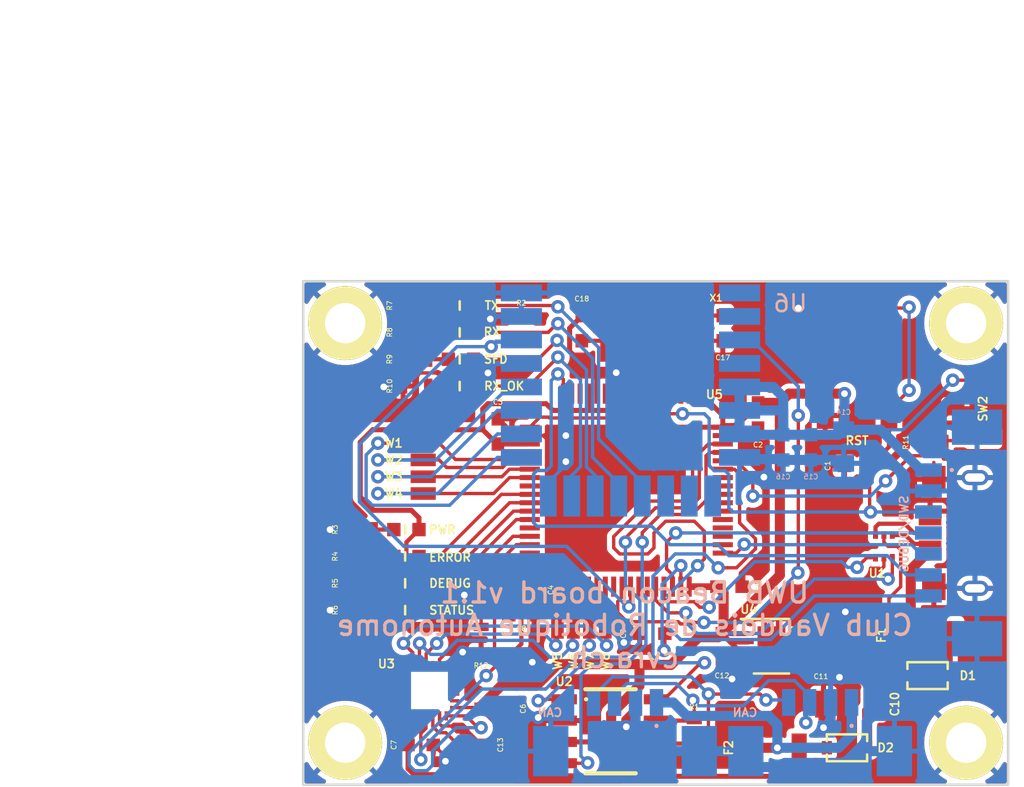
<source format=kicad_pcb>
(kicad_pcb (version 20221018) (generator pcbnew)
  (layers (0 "F.Cu" signal) (31 "B.Cu" signal) (34 "B.Paste" user) (35 "F.Paste" user) (36 "B.SilkS" user "B.Silkscreen") (37 "F.SilkS" user "F.Silkscreen") (38 "B.Mask" user) (39 "F.Mask" user) (44 "Edge.Cuts" user))
  (net 0 "")
  (net 1 "/STM32_NRST")
  (net 2 "GND")
  (net 3 "VCC")
  (net 4 "Net-(C8-Pad1)")
  (net 5 "Net-(C9-Pad1)")
  (net 6 "+5V_protected")
  (net 7 "Net-(C13-Pad1)")
  (net 8 "Net-(C17-Pad1)")
  (net 9 "Net-(C18-Pad1)")
  (net 10 "Net-(CONN1-Pad1)")
  (net 11 "Net-(CONN1-Pad2)")
  (net 12 "Net-(CONN1-Pad4)")
  (net 13 "Net-(CONN1-Pad3)")
  (net 14 "Net-(CONN2-Pad4)")
  (net 15 "Net-(CONN2-Pad3)")
  (net 16 "Net-(CONN2-Pad1)")
  (net 17 "/UART_RX")
  (net 18 "/UART_TX")
  (net 19 "/STM32_SWCLK")
  (net 20 "/STM32_SWDIO")
  (net 21 "Net-(D1-Pad2)")
  (net 22 "Net-(D2-Pad2)")
  (net 23 "Net-(D3-Pad1)")
  (net 24 "/ERROR_LED")
  (net 25 "Net-(D4-Pad1)")
  (net 26 "/DEBUG_LED")
  (net 27 "Net-(D5-Pad1)")
  (net 28 "/STATUS_LED")
  (net 29 "Net-(D6-Pad1)")
  (net 30 "/UWB_TX")
  (net 31 "Net-(D7-Pad1)")
  (net 32 "/UWB_RX")
  (net 33 "Net-(D8-Pad1)")
  (net 34 "/UWB_SFD")
  (net 35 "Net-(D9-Pad1)")
  (net 36 "/UWB_RX_OK")
  (net 37 "Net-(D10-Pad1)")
  (net 38 "/UWB_IRQ")
  (net 39 "/USB_DP")
  (net 40 "/USB_DM")
  (net 41 "/CAN1_SILENT")
  (net 42 "/CAN1_RX")
  (net 43 "/CAN1_TX")
  (net 44 "/IMU_MOSI")
  (net 45 "/IMU_SCK")
  (net 46 "/IMU_CS_N")
  (net 47 "/IMU_INT")
  (net 48 "/IMU_MISO")
  (net 49 "Net-(U5-Pad2)")
  (net 50 "Net-(U5-Pad3)")
  (net 51 "Net-(U5-Pad4)")
  (net 52 "Net-(U5-Pad8)")
  (net 53 "Net-(U5-Pad9)")
  (net 54 "Net-(U5-Pad10)")
  (net 55 "Net-(U5-Pad11)")
  (net 56 "Net-(U5-Pad14)")
  (net 57 "Net-(U5-Pad15)")
  (net 58 "Net-(U5-Pad24)")
  (net 59 "Net-(U5-Pad29)")
  (net 60 "Net-(U5-Pad37)")
  (net 61 "Net-(U5-Pad38)")
  (net 62 "Net-(U5-Pad39)")
  (net 63 "/UWB_RST_N")
  (net 64 "Net-(U5-Pad50)")
  (net 65 "Net-(U5-Pad51)")
  (net 66 "Net-(U5-Pad52)")
  (net 67 "Net-(U5-Pad53)")
  (net 68 "Net-(U5-Pad54)")
  (net 69 "Net-(U5-Pad55)")
  (net 70 "Net-(U5-Pad56)")
  (net 71 "Net-(U5-Pad57)")
  (net 72 "Net-(U5-Pad58)")
  (net 73 "Net-(U6-Pad9)")
  (net 74 "Net-(U6-Pad10)")
  (net 75 "Net-(U6-Pad11)")
  (net 76 "Net-(U6-Pad1)")
  (net 77 "Net-(U6-Pad2)")
  (net 78 "Net-(U6-Pad4)")
  (net 79 "/UWB_CS_N")
  (net 80 "/UWB_MOSI")
  (net 81 "/UWB_MISO")
  (net 82 "/UWB_CLK")
  (net 83 "Net-(U3-Pad2)")
  (net 84 "Net-(U3-Pad3)")
  (net 85 "Net-(U3-Pad4)")
  (net 86 "Net-(U3-Pad5)")
  (net 87 "Net-(U3-Pad6)")
  (net 88 "Net-(U3-Pad7)")
  (net 89 "Net-(U3-Pad14)")
  (net 90 "Net-(U3-Pad15)")
  (net 91 "Net-(U3-Pad16)")
  (net 92 "Net-(U3-Pad17)")
  (net 93 "Net-(U3-Pad19)")
  (net 94 "Net-(U3-Pad21)")
  (net 95 "Net-(U5-Pad42)")
  (net 96 "/BOOT0")
  (net 97 "/BOOT1")
  (net 98 "Net-(U5-Pad43)")
  (footprint "_connectors:_Micro-USB-AB-receptacle-SMT-th" (layer "F.Cu") (at 155.025 75 90)
    (fp_text reference "CONN1" hide)
    (fp_text value "MICRO_USB" hide)
  )
  (footprint "_std:_SOD-323" (layer "F.Cu") (at 152.2 83.5)
    (fp_text reference "D1")
    (fp_text value "SBR130S3-7" hide)
  )
  (footprint "_std:_SOD-323" (layer "F.Cu") (at 147.4 87.8 180)
    (fp_text reference "D2")
    (fp_text value "SBR130S3-7" hide)
  )
  (footprint "_div:_PTS525SK15-SMT-Pushbutton" (layer "F.Cu") (at 148 64.8 90)
    (fp_text reference "SW1" hide)
    (fp_text value "RST")
  )
  (footprint "_std:SOT-563_6-lead" (layer "F.Cu") (at 149.6 75.8)
    (fp_text reference "U1")
    (fp_text value "NUF2042XV6" hide)
  )
  (footprint "_std:_SO-8" (layer "F.Cu") (at 130.55 84.91 -90)
    (fp_text reference "U2")
    (fp_text value "SN65HVD256" hide)
  )
  (footprint "Housings_DFN_QFN:DFN-8-1EP_3x3mm_Pitch0.5mm" (layer "F.Cu") (at 142.9 81.75)
    (fp_text reference "U4")
    (fp_text value "LT1965-3.3" hide)
  )
  (footprint "_lqfp:_LQFP64" (layer "F.Cu") (at 138 66.7 180)
    (fp_text reference "U5")
    (fp_text value "STM32F405RGT6" hide)
  )
  (footprint "_div:XTAL_ABMM2" (layer "F.Cu") (at 135.8 62.9 180)
    (fp_text reference "X1")
    (fp_text value "16MHz" hide)
  )
  (footprint "_div:Test_1pin_SMD" (layer "F.Cu") (at 122.15 69.65)
    (fp_text reference "W1")
    (fp_text value "TEST_UWB_CSN" hide)
  )
  (footprint "_div:Test_1pin_SMD" (layer "F.Cu") (at 131.1 80.55 90)
    (fp_text reference "W6")
    (fp_text value "TEST_UWB_SCK" hide)
  )
  (footprint "_div:Test_1pin_SMD" (layer "F.Cu") (at 132.05 80.55 90)
    (fp_text reference "W7")
    (fp_text value "TEST_UWB_MISO" hide)
  )
  (footprint "_div:Test_1pin_SMD" (layer "F.Cu") (at 133 80.55 90)
    (fp_text reference "W8")
    (fp_text value "TEST_UWB_MOSI" hide)
  )
  (footprint "_div:Test_1pin_SMD" (layer "F.Cu") (at 130.15 80.55 90)
    (fp_text reference "W5")
    (fp_text value "TEST_IMU_CSN" hide)
  )
  (footprint "_div:Test_1pin_SMD" (layer "F.Cu") (at 122.15 72.65)
    (fp_text reference "W4")
    (fp_text value "TEST_UWB_MOSI" hide)
  )
  (footprint "_div:Test_1pin_SMD" (layer "F.Cu") (at 122.15 71.65)
    (fp_text reference "W3")
    (fp_text value "TEST_UWB_MISO" hide)
  )
  (footprint "_div:Test_1pin_SMD" (layer "F.Cu") (at 122.15 70.65)
    (fp_text reference "W2")
    (fp_text value "TEST_UWB_CLK" hide)
  )
  (footprint "_mech:_M2" (layer "F.Cu") (at 117.5 62.5)
    (fp_text reference "H3" hide)
    (fp_text value "M2_HOLE")
  )
  (footprint "_mech:_M2" (layer "F.Cu") (at 117.5 87.5)
    (fp_text reference "H1" hide)
    (fp_text value "M2_HOLE")
  )
  (footprint "_mech:_M2" (layer "F.Cu") (at 154.5 62.5)
    (fp_text reference "H2" hide)
    (fp_text value "M2_HOLE")
  )
  (footprint "_mech:_M2" (layer "F.Cu") (at 154.5 87.5)
    (fp_text reference "H4" hide)
    (fp_text value "M2_HOLE")
  )
  (footprint "_sensors:_MPU-9XX0" (layer "F.Cu") (at 122.525 84.4)
    (fp_text reference "U3")
    (fp_text value "MPU-9250" hide)
  )
  (footprint "_std:D_0603" (layer "F.Cu") (at 121.15 76.4)
    (fp_text reference "D4" hide)
    (fp_text value "ERROR")
  )
  (footprint "_std:D_0603" (layer "F.Cu") (at 124.4 66.25)
    (fp_text reference "D10" hide)
    (fp_text value "RX_OK")
  )
  (footprint "_std:D_0603" (layer "F.Cu") (at 124.4 64.65)
    (fp_text reference "D9" hide)
    (fp_text value "SFD")
  )
  (footprint "_std:D_0603" (layer "F.Cu") (at 124.4 63.05)
    (fp_text reference "D8" hide)
    (fp_text value "RX")
  )
  (footprint "_std:D_0603" (layer "F.Cu") (at 124.4 61.45)
    (fp_text reference "D7" hide)
    (fp_text value "TX")
  )
  (footprint "_std:D_0603" (layer "F.Cu") (at 121.15 79.6)
    (fp_text reference "D6" hide)
    (fp_text value "STATUS")
  )
  (footprint "_std:D_0603" (layer "F.Cu") (at 121.15 74.8)
    (fp_text reference "D3" hide)
    (fp_text value "PWR")
  )
  (footprint "_std:D_0603" (layer "F.Cu") (at 121.15 78)
    (fp_text reference "D5" hide)
    (fp_text value "DEBUG")
  )
  (footprint "_std:R_1206" (layer "F.Cu") (at 143.1 87.8)
    (fp_text reference "F2")
    (fp_text value "0ZCJ0050AF2E" hide)
  )
  (footprint "_std:R_1206" (layer "F.Cu") (at 152.2 81.1)
    (fp_text reference "F1")
    (fp_text value "0ZCJ0050AF2E" hide)
  )
  (footprint "_std:R_0603" (layer "F.Cu") (at 118.45 76.4)
    (fp_text reference "R4")
    (fp_text value "330" hide)
  )
  (footprint "_std:R_0603" (layer "F.Cu") (at 121.7 66.25)
    (fp_text reference "R10")
    (fp_text value "330" hide)
  )
  (footprint "_std:R_0603" (layer "F.Cu") (at 121.694736 64.65)
    (fp_text reference "R9")
    (fp_text value "330" hide)
  )
  (footprint "_std:R_0603" (layer "F.Cu") (at 121.7 63.05)
    (fp_text reference "R8")
    (fp_text value "330" hide)
  )
  (footprint "_std:R_0603" (layer "F.Cu") (at 121.7 61.45)
    (fp_text reference "R7")
    (fp_text value "330" hide)
  )
  (footprint "_std:R_0603" (layer "F.Cu") (at 118.45 79.6)
    (fp_text reference "R6")
    (fp_text value "330" hide)
  )
  (footprint "_std:R_0603" (layer "F.Cu") (at 118.45 78)
    (fp_text reference "R5")
    (fp_text value "330" hide)
  )
  (footprint "_std:R_0603" (layer "F.Cu") (at 138.3 86.9 -90)
    (fp_text reference "R1")
    (fp_text value "120" hide)
  )
  (footprint "_std:R_0603" (layer "F.Cu") (at 128 62.85 -90)
    (fp_text reference "R2")
    (fp_text value "10k" hide)
  )
  (footprint "_std:R_0603" (layer "F.Cu") (at 118.45 74.8)
    (fp_text reference "R3")
    (fp_text value "330" hide)
  )
  (footprint "_std:C_1206" (layer "F.Cu") (at 147.5 85.2 180)
    (fp_text reference "C10")
    (fp_text value "100uF" hide)
  )
  (footprint "_std:C_0603" (layer "F.Cu") (at 122 87.63)
    (fp_text reference "C7")
    (fp_text value "10nF" hide)
  )
  (footprint "_std:C_0603" (layer "F.Cu") (at 148 71 180)
    (fp_text reference "C1")
    (fp_text value "0.1uF" hide)
  )
  (footprint "_std:C_0603" (layer "F.Cu") (at 131.6 62.8 90)
    (fp_text reference "C18")
    (fp_text value "10pF" hide)
  )
  (footprint "_std:C_0603" (layer "F.Cu") (at 140 62.8 -90)
    (fp_text reference "C17")
    (fp_text value "10pF" hide)
  )
  (footprint "_std:C_0603" (layer "F.Cu") (at 125 87.63)
    (fp_text reference "C13")
    (fp_text value "0.1uF" hide)
  )
  (footprint "_std:C_0603" (layer "F.Cu") (at 139.95 81.75 -90)
    (fp_text reference "C12")
    (fp_text value "10uF" hide)
  )
  (footprint "_std:C_0603" (layer "F.Cu") (at 145.85 81.8 -90)
    (fp_text reference "C11")
    (fp_text value "10uF" hide)
  )
  (footprint "_std:C_0603" (layer "F.Cu") (at 128 79.9)
    (fp_text reference "C8")
    (fp_text value "2.2uF" hide)
  )
  (footprint "_std:C_0603" (layer "F.Cu") (at 126.35 85.475)
    (fp_text reference "C6")
    (fp_text value "0.1uF" hide)
  )
  (footprint "_std:C_0603" (layer "F.Cu") (at 140.4 78.2)
    (fp_text reference "C5")
    (fp_text value "0.1uF" hide)
  )
  (footprint "_std:C_0603" (layer "F.Cu") (at 128 78.4)
    (fp_text reference "C4")
    (fp_text value "0.1uF" hide)
  )
  (footprint "_std:C_0603" (layer "F.Cu") (at 126.6 68.95 90)
    (fp_text reference "C3")
    (fp_text value "0.1uF" hide)
  )
  (footprint "_std:C_0603" (layer "F.Cu") (at 142.1 68 -90)
    (fp_text reference "C2")
    (fp_text value "4.7uF" hide)
  )
  (footprint "_std:C_0603" (layer "F.Cu") (at 135.8 81 180)
    (fp_text reference "C9")
    (fp_text value "2.2uF" hide)
  )
  (footprint "_std:R_0603" (layer "F.Cu") (at 152.45 69.6)
    (fp_text reference "R11")
    (fp_text value "10k" hide)
  )
  (footprint "_std:R_0603" (layer "F.Cu") (at 125.6 81.35 90)
    (fp_text reference "R12")
    (fp_text value "10k" hide)
  )
  (footprint "_div:SMD_Pushbutton_B3U-3100P" (layer "F.Cu") (at 155.5 67.6 -90)
    (fp_text reference "SW2")
    (fp_text value "DFU")
  )
  (footprint "_connectors:_Molex-PicoBlade-SMD-4" (layer "B.Cu") (at 145.8 88 180)
    (fp_text reference "CONN2" hide)
    (fp_text value "CAN")
  )
  (footprint "_connectors:_Molex-PicoBlade-SMD-4" (layer "B.Cu") (at 134.175 88 180)
    (fp_text reference "CONN3" hide)
    (fp_text value "CAN")
  )
  (footprint "_connectors:_Molex-PicoBlade-SMD-7" (layer "B.Cu") (at 155.15 75.625 -90)
    (fp_text reference "CONN4" hide)
    (fp_text value "SWD/DEBUG")
  )
  (footprint "_div:DWM1000" (layer "B.Cu") (at 141 60.7 180)
    (fp_text reference "U6")
    (fp_text value "DWM1000" hide)
  )
  (footprint "_std:C_0805" (layer "B.Cu") (at 147.2 69.85 -90)
    (fp_text reference "C14")
    (fp_text value "47uF" hide)
  )
  (footprint "_std:C_0603" (layer "B.Cu") (at 143.6 69.9 -90)
    (fp_text reference "C16")
    (fp_text value "0.1uF" hide)
  )
  (footprint "_std:C_0603" (layer "B.Cu") (at 145.25 69.9 -90)
    (fp_text reference "C15")
    (fp_text value "4.7uF" hide)
  )
  (gr_line (start 157 90) (end 115 90) (stroke (width 0.15)) (layer "Edge.Cuts"))
  (gr_line (start 157 60) (end 157 90) (stroke (width 0.15)) (layer "Edge.Cuts"))
  (gr_line (start 115 60) (end 157 60) (stroke (width 0.15)) (layer "Edge.Cuts"))
  (gr_line (start 115 90) (end 115 60) (stroke (width 0.15)) (layer "Edge.Cuts"))
  (gr_text "UWB Beacon board v1.1\nClub Vaudois de Robotique Autonome\ncvra.ch" (at 134.15 80.5) (layer "B.SilkS") (effects (font (size 1.2 1.2) (thickness 0.2)) (justify mirror)))
  (segment (start 149.9 67.7) (end 151.1 66.5) (width 0.2) (layer "F.Cu") (net 1))
  (segment (start 135.47282 67.9) (end 137.6 67.9) (width 0.2) (layer "F.Cu") (net 1))
  (segment (start 149.9 68) (end 149.9 67.7) (width 0.2) (layer "F.Cu") (net 1))
  (segment (start 148.75 73.7) (end 148.8 73.75) (width 0.2) (layer "F.Cu") (net 1))
  (segment (start 151.1 66.5) (end 151.1 66.499984) (width 0.2) (layer "F.Cu") (net 1))
  (segment (start 135 66.7) (end 135 67.42718) (width 0.2) (layer "F.Cu") (net 1))
  (segment (start 149.9 68) (end 149.9 69.875) (width 0.25) (layer "F.Cu") (net 1))
  (segment (start 148.775 71) (end 148.75 71) (width 0.25) (layer "F.Cu") (net 1))
  (segment (start 149.9 69.875) (end 148.775 71) (width 0.25) (layer "F.Cu") (net 1))
  (segment (start 135 67.42718) (end 135.47282 67.9) (width 0.2) (layer "F.Cu") (net 1))
  (segment (start 148.75 71) (end 148.75 73.7) (width 0.2) (layer "F.Cu") (net 1))
  (segment (start 149.9 61.6) (end 151.05 61.6) (width 0.2) (layer "F.Cu") (net 1))
  (segment (start 151.05 61.6) (end 151.1 61.55) (width 0.2) (layer "F.Cu") (net 1))
  (via (at 148.8 73.75) (size 0.8) (drill 0.4) (layers "F.Cu" "B.Cu") (net 1))
  (via (at 151.1 66.499984) (size 0.8) (drill 0.4) (layers "F.Cu" "B.Cu") (net 1))
  (via (at 137.6 67.9) (size 0.8) (drill 0.4) (layers "F.Cu" "B.Cu") (net 1))
  (via (at 151.1 61.55) (size 0.8) (drill 0.4) (layers "F.Cu" "B.Cu") (net 1))
  (segment (start 140.14 71.29) (end 139.49 71.29) (width 0.2) (layer "B.Cu") (net 1))
  (segment (start 139.49 71.29) (end 139.19 70.99) (width 0.2) (layer "B.Cu") (net 1))
  (segment (start 138.9 67.9) (end 137.6 67.9) (width 0.2) (layer "B.Cu") (net 1))
  (segment (start 148.8 73.75) (end 140.6 73.75) (width 0.2) (layer "B.Cu") (net 1))
  (segment (start 151.1 66.499984) (end 151.1 61.55) (width 0.2) (layer "B.Cu") (net 1))
  (segment (start 140.36 73.51) (end 140.36 71.51) (width 0.2) (layer "B.Cu") (net 1))
  (segment (start 140.6 73.75) (end 140.36 73.51) (width 0.2) (layer "B.Cu") (net 1))
  (segment (start 148.8 73.75) (end 152.25 73.75) (width 0.2) (layer "B.Cu") (net 1))
  (segment (start 139.19 70.99) (end 139.19 68.19) (width 0.2) (layer "B.Cu") (net 1))
  (segment (start 140.36 71.51) (end 140.14 71.29) (width 0.2) (layer "B.Cu") (net 1))
  (segment (start 139.19 68.19) (end 138.9 67.9) (width 0.2) (layer "B.Cu") (net 1))
  (segment (start 128.75 79.9) (end 128.75 82.6) (width 0.2) (layer "F.Cu") (net 2))
  (segment (start 140.150001 83.300001) (end 140.55 83.7) (width 0.2) (layer "F.Cu") (net 2))
  (segment (start 145.85 82.55) (end 145.85 82.575) (width 0.2) (layer "F.Cu") (net 2))
  (segment (start 140 63.55) (end 138.55 63.55) (width 0.25) (layer "F.Cu") (net 2))
  (segment (start 129.3 69.2) (end 130.649992 70.549992) (width 0.2) (layer "F.Cu") (net 2))
  (segment (start 143.315 81.155) (end 143.315 82.345) (width 0.2) (layer "F.Cu") (net 2))
  (segment (start 132.5 66.7) (end 132.5 65.9) (width 0.2) (layer "F.Cu") (net 2))
  (segment (start 123.99999 86.49999) (end 124.4 86.9) (width 0.2) (layer "F.Cu") (net 2))
  (segment (start 123.125 82.9) (end 123.125 82.526802) (width 0.2) (layer "F.Cu") (net 2))
  (segment (start 124.9 86.9) (end 125.63 87.63) (width 0.2) (layer "F.Cu") (net 2))
  (segment (start 123.125 85.9) (end 123.125 86.375) (width 0.2) (layer "F.Cu") (net 2))
  (segment (start 130.874999 64.174999) (end 130.874999 62.800001) (width 0.3) (layer "F.Cu") (net 2))
  (segment (start 128.5 69.2) (end 130.65 69.2) (width 0.2) (layer "F.Cu") (net 2))
  (segment (start 142.55 72.337481) (end 142.44942 72.236901) (width 0.4) (layer "F.Cu") (net 2))
  (segment (start 142.44942 72.236901) (end 142.44942 71.671216) (width 0.4) (layer "F.Cu") (net 2))
  (segment (start 131.6 62.075) (end 131.6 62.05) (width 0.2) (layer "F.Cu") (net 2))
  (segment (start 124.4 86.9) (end 124.9 86.9) (width 0.2) (layer "F.Cu") (net 2))
  (segment (start 134.112 81.520486) (end 134.105243 81.527243) (width 0.2) (layer "F.Cu") (net 2))
  (segment (start 125.63 87.63) (end 125.75 87.63) (width 0.2) (layer "F.Cu") (net 2))
  (segment (start 119.85 66.25) (end 119.8 66.3) (width 0.2) (layer "F.Cu") (net 2))
  (segment (start 151.7 69.6) (end 151.7 69.4) (width 0.2) (layer "F.Cu") (net 2))
  (segment (start 152.575 70.8) (end 152.575 71.8) (width 0.2) (layer "F.Cu") (net 2))
  (segment (start 140.050001 83.300001) (end 140.150001 83.300001) (width 0.2) (layer "F.Cu") (net 2))
  (segment (start 144.3 82.5) (end 143.47 82.5) (width 0.2) (layer "F.Cu") (net 2))
  (segment (start 128.75 82.6) (end 128.65 82.7) (width 0.2) (layer "F.Cu") (net 2))
  (segment (start 123.24999 86.49999) (end 123.99999 86.49999) (width 0.2) (layer "F.Cu") (net 2))
  (segment (start 120.95 66.25) (end 119.85 66.25) (width 0.2) (layer "F.Cu") (net 2))
  (segment (start 123.551802 82.1) (end 123.934315 82.1) (width 0.2) (layer "F.Cu") (net 2))
  (segment (start 125.725 87.63) (end 125.75 87.63) (width 0.2) (layer "F.Cu") (net 2))
  (segment (start 149.6 76.999996) (end 148.85 77.749996) (width 0.2) (layer "F.Cu") (net 2))
  (segment (start 128.5 86.5) (end 129 86) (width 0.2) (layer "F.Cu") (net 2))
  (segment (start 153.5 67.6) (end 153.85 67.6) (width 0.2) (layer "F.Cu") (net 2))
  (segment (start 153.85 67.6) (end 153.7 67.6) (width 0.2) (layer "F.Cu") (net 2))
  (segment (start 124.9 83.1) (end 124.9 82.5) (width 0.2) (layer "F.Cu") (net 2))
  (segment (start 122.75 87.63) (end 122.775 87.63) (width 0.2) (layer "F.Cu") (net 2))
  (segment (start 141.5 82.5) (end 139.95 82.5) (width 0.3) (layer "F.Cu") (net 2))
  (segment (start 139.95 83.4) (end 140.000001 83.350001) (width 0.2) (layer "F.Cu") (net 2))
  (segment (start 124.025 83.4) (end 124.6 83.4) (width 0.2) (layer "F.Cu") (net 2))
  (segment (start 133.25 62.05) (end 133.6 61.7) (width 0.25) (layer "F.Cu") (net 2))
  (segment (start 139.95 83.3) (end 140.000001 83.350001) (width 0.2) (layer "F.Cu") (net 2))
  (segment (start 123.125 82.526802) (end 123.551802 82.1) (width 0.2) (layer "F.Cu") (net 2))
  (segment (start 135.05 80.65) (end 135.025 80.65) (width 0.2) (layer "F.Cu") (net 2))
  (segment (start 127.6 69.2) (end 126.6 68.2) (width 0.3) (layer "F.Cu") (net 2))
  (segment (start 125.925 87.625) (end 125.925 87.63) (width 0.2) (layer "F.Cu") (net 2))
  (segment (start 124.6 83.4) (end 124.9 83.1) (width 0.2) (layer "F.Cu") (net 2))
  (segment (start 123.475004 88.330004) (end 123.475004 88.6) (width 0.2) (layer "F.Cu") (net 2))
  (segment (start 117.7 74.8) (end 116.6 74.8) (width 0.2) (layer "F.Cu") (net 2))
  (segment (start 123.934315 82.1) (end 124.5 82.1) (width 0.2) (layer "F.Cu") (net 2))
  (segment (start 143.47 82.5) (end 143.315 82.345) (width 0.2) (layer "F.Cu") (net 2))
  (segment (start 122.775 87.63) (end 123.475004 88.330004) (width 0.2) (layer "F.Cu") (net 2))
  (segment (start 124.9 82.5) (end 124.5 82.1) (width 0.2) (layer "F.Cu") (net 2))
  (segment (start 141.15 77.425) (end 142.55 76.025) (width 0.4) (layer "F.Cu") (net 2))
  (segment (start 139.95 82.5) (end 139.95 82.475) (width 0.2) (layer "F.Cu") (net 2))
  (segment (start 132.5 65.8) (end 130.874999 64.174999) (width 0.3) (layer "F.Cu") (net 2))
  (segment (start 146 86.6) (end 146 85.2) (width 0.6) (layer "F.Cu") (net 2))
  (segment (start 132.5 66.7) (end 132.5 65.8) (width 0.3) (layer "F.Cu") (net 2))
  (segment (start 142.485 82.345) (end 142.485 81.155) (width 0.2) (layer "F.Cu") (net 2))
  (segment (start 138.55 63.55) (end 138 64.1) (width 0.25) (layer "F.Cu") (net 2))
  (segment (start 123.125 86.375) (end 123.24999 86.49999) (width 0.2) (layer "F.Cu") (net 2))
  (segment (start 131.6 62.05) (end 133.25 62.05) (width 0.25) (layer "F.Cu") (net 2))
  (segment (start 120.982663 65.467337) (end 120.95 65.5) (width 0.2) (layer "F.Cu") (net 2))
  (segment (start 144.3 82.5) (end 145.8 82.5) (width 0.3) (layer "F.Cu") (net 2))
  (segment (start 141.65 69.2) (end 142.1 68.75) (width 0.2) (layer "F.Cu") (net 2))
  (segment (start 145.85 82.575) (end 146.875 83.6) (width 0.2) (layer "F.Cu") (net 2))
  (segment (start 130.55 86.18) (end 131.623365 86.18) (width 0.2) (layer "F.Cu") (net 2))
  (segment (start 126.3 62.1) (end 126.15 62.25) (width 0.2) (layer "F.Cu") (net 2))
  (segment (start 128.5 69.2) (end 127.6 69.2) (width 0.3) (layer "F.Cu") (net 2))
  (segment (start 132.5 65.9) (end 132.95 65.45) (width 0.2) (layer "F.Cu") (net 2))
  (segment (start 140.000001 83.350001) (end 140.050001 83.300001) (width 0.2) (layer "F.Cu") (net 2))
  (segment (start 153.7 67.6) (end 152.575 68.725) (width 0.2) (layer "F.Cu") (net 2))
  (segment (start 127.8 86.5) (end 128.5 86.5) (width 0.2) (layer "F.Cu") (net 2))
  (segment (start 117.7 79.6) (end 116.6 79.6) (width 0.2) (layer "F.Cu") (net 2))
  (segment (start 146.1 61.6) (end 144.5 61.6) (width 0.2) (layer "F.Cu") (net 2))
  (segment (start 146.875 83.6) (end 146.95 83.6) (width 0.2) (layer "F.Cu") (net 2))
  (segment (start 120.95 65.5) (end 120.95 66.25) (width 0.2) (layer "F.Cu") (net 2))
  (segment (start 130.649992 70.549992) (end 130.649992 70.75) (width 0.2) (layer "F.Cu") (net 2))
  (segment (start 132.95 65.45) (end 133.65 65.45) (width 0.2) (layer "F.Cu") (net 2))
  (segment (start 142.55 76.025) (end 142.55 72.337481) (width 0.4) (layer "F.Cu") (net 2))
  (segment (start 140 69.2) (end 141.65 69.2) (width 0.2) (layer "F.Cu") (net 2))
  (segment (start 142.485 82.345) (end 142.33 82.5) (width 0.2) (layer "F.Cu") (net 2))
  (segment (start 142.33 82.5) (end 141.5 82.5) (width 0.2) (layer "F.Cu") (net 2))
  (segment (start 141.15 78.2) (end 141.15 77.425) (width 0.4) (layer "F.Cu") (net 2))
  (segment (start 128.5 69.2) (end 129.3 69.2) (width 0.2) (layer "F.Cu") (net 2))
  (segment (start 145.8 82.5) (end 145.85 82.55) (width 0.3) (layer "F.Cu") (net 2))
  (segment (start 139.95 82.5) (end 139.95 83.3) (width 0.2) (layer "F.Cu") (net 2))
  (segment (start 131.623365 86.18) (end 134.087427 83.715938) (width 0.2) (layer "F.Cu") (net 2))
  (segment (start 128 62.1) (end 126.3 62.1) (width 0.2) (layer "F.Cu") (net 2))
  (segment (start 149.6 76.475) (end 149.6 76.999996) (width 0.2) (layer "F.Cu") (net 2))
  (segment (start 126.009205 65.467337) (end 120.982663 65.467337) (width 0.2) (layer "F.Cu") (net 2))
  (segment (start 130.874999 62.800001) (end 131.6 62.075) (width 0.3) (layer "F.Cu") (net 2))
  (via (at 130.649992 70.75) (size 0.8) (drill 0.4) (layers "F.Cu" "B.Cu") (net 2))
  (via (at 134.25 86.55) (size 0.8) (drill 0.4) (layers "F.Cu" "B.Cu") (net 2))
  (via (at 129 86) (size 0.8) (drill 0.4) (layers "F.Cu" "B.Cu") (net 2))
  (via (at 146 86.6) (size 0.8) (drill 0.4) (layers "F.Cu" "B.Cu") (net 2))
  (via (at 128.65 82.7) (size 0.8) (drill 0.4) (layers "F.Cu" "B.Cu") (net 2))
  (via (at 124.5 82.1) (size 0.8) (drill 0.4) (layers "F.Cu" "B.Cu") (net 2))
  (via (at 119.8 66.3) (size 0.8) (drill 0.4) (layers "F.Cu" "B.Cu") (net 2))
  (via (at 116.6 79.6) (size 0.8) (drill 0.4) (layers "F.Cu" "B.Cu") (net 2))
  (via (at 124.6 78.7) (size 0.8) (drill 0.4) (layers "F.Cu" "B.Cu") (net 2))
  (via (at 130.65 69.2) (size 0.8) (drill 0.4) (layers "F.Cu" "B.Cu") (net 2))
  (via (at 126.009205 65.467337) (size 0.8) (drill 0.4) (layers "F.Cu" "B.Cu") (net 2))
  (via (at 134.105243 81.527243) (size 0.8) (drill 0.4) (layers "F.Cu" "B.Cu") (net 2))
  (via (at 116.6 74.8) (size 0.8) (drill 0.4) (layers "F.Cu" "B.Cu") (net 2))
  (via (at 123.475004 88.6) (size 0.8) (drill 0.4) (layers "F.Cu" "B.Cu") (net 2))
  (via (at 140.55 83.7) (size 0.8) (drill 0.4) (layers "F.Cu" "B.Cu") (net 2))
  (via (at 126.15 62.25) (size 0.8) (drill 0.4) (layers "F.Cu" "B.Cu") (net 2))
  (via (at 147.3 79.7) (size 0.8) (drill 0.4) (layers "F.Cu" "B.Cu") (net 2))
  (via (at 133.65 65.45) (size 0.8) (drill 0.4) (layers "F.Cu" "B.Cu") (net 2))
  (via (at 142.44942 71.671216) (size 0.8) (drill 0.4) (layers "F.Cu" "B.Cu") (net 2))
  (via (at 144.5 61.6) (size 0.8) (drill 0.4) (layers "F.Cu" "B.Cu") (net 2))
  (via (at 146.95 83.6) (size 0.8) (drill 0.4) (layers "F.Cu" "B.Cu") (net 2))
  (segment (start 123.796 82.804) (end 124.100001 82.499999) (width 0.2) (layer "B.Cu") (net 2))
  (segment (start 141.875 88.95) (end 147.625 88.95) (width 0.6) (layer "B.Cu") (net 2))
  (segment (start 126.009205 65.465795) (end 126.009205 65.467337) (width 0.2) (layer "B.Cu") (net 2))
  (segment (start 134.8 85.1) (end 134.8 86.4) (width 0.6) (layer "B.Cu") (net 2))
  (segment (start 141.375 88) (end 141.375 88.45) (width 0.6) (layer "B.Cu") (net 2))
  (segment (start 126.4 62) (end 126.5 62.1) (width 0.2) (layer "B.Cu") (net 2))
  (segment (start 130.649992 70.940008) (end 130.649992 70.75) (width 0.2) (layer "B.Cu") (net 2))
  (segment (start 148.575 88) (end 150.225 88) (width 0.6) (layer "B.Cu") (net 2))
  (segment (start 147.625 88.95) (end 148.575 88) (width 0.6) (layer "B.Cu") (net 2))
  (segment (start 120.904 82.804) (end 123.796 82.804) (width 0.2) (layer "B.Cu") (net 2))
  (segment (start 129 86) (end 129.565685 86) (width 0.2) (layer "B.Cu") (net 2))
  (segment (start 126.15 62.25) (end 126.4 62) (width 0.2) (layer "B.Cu") (net 2))
  (segment (start 120.142 82.042) (end 120.904 82.804) (width 0.2) (layer "B.Cu") (net 2))
  (segment (start 128 64.9) (end 126.575 64.9) (width 0.2) (layer "B.Cu") (net 2))
  (segment (start 134.675 86.525) (end 134.275 86.525) (width 0.6) (layer "B.Cu") (net 2))
  (segment (start 141.375 88.45) (end 141.875 88.95) (width 0.6) (layer "B.Cu") (net 2))
  (segment (start 146.425 85.1) (end 146.425 86.175) (width 0.6) (layer "B.Cu") (net 2))
  (segment (start 134.105243 81.527243) (end 132.588 80.01) (width 0.2) (layer "B.Cu") (net 2))
  (segment (start 134.8 86.4) (end 134.675 86.525) (width 0.6) (layer "B.Cu") (net 2))
  (segment (start 129.75 88) (end 127.2 88) (width 0.2) (layer "B.Cu") (net 2))
  (segment (start 146.425 86.175) (end 146 86.6) (width 0.6) (layer "B.Cu") (net 2))
  (segment (start 138.6 88) (end 136.3 88) (width 0.6) (layer "B.Cu") (net 2))
  (segment (start 147 70.65) (end 147.2 70.85) (width 0.6) (layer "B.Cu") (net 2))
  (segment (start 134.275 86.525) (end 134.25 86.55) (width 0.6) (layer "B.Cu") (net 2))
  (segment (start 124.100001 82.499999) (end 124.5 82.1) (width 0.2) (layer "B.Cu") (net 2))
  (segment (start 123.475004 89.165685) (end 123.475004 88.6) (width 0.3) (layer "B.Cu") (net 2))
  (segment (start 145.25 70.65) (end 147 70.65) (width 0.6) (layer "B.Cu") (net 2))
  (segment (start 143.55 70.6) (end 143.6 70.65) (width 0.6) (layer "B.Cu") (net 2))
  (segment (start 129.565685 86) (end 129.75 86.184315) (width 0.2) (layer "B.Cu") (net 2))
  (segment (start 136.3 88) (end 134.8 86.5) (width 0.6) (layer "B.Cu") (net 2))
  (segment (start 141 70.5) (end 141.1 70.6) (width 0.6) (layer "B.Cu") (net 2))
  (segment (start 141.1 70.6) (end 143.55 70.6) (width 0.6) (layer "B.Cu") (net 2))
  (segment (start 119.575 89.575) (end 123.115685 89.575) (width 0.3) (layer "B.Cu") (net 2))
  (segment (start 141.375 88) (end 138.6 88) (width 0.6) (layer "B.Cu") (net 2))
  (segment (start 129.6 73) (end 129.6 71.99) (width 0.2) (layer "B.Cu") (net 2))
  (segment (start 129.6 71.99) (end 130.649992 70.940008) (width 0.2) (layer "B.Cu") (net 2))
  (segment (start 126.5 62.1) (end 128 62.1) (width 0.2) (layer "B.Cu") (net 2))
  (segment (start 134.8 86.5) (end 134.8 85.1) (width 0.6) (layer "B.Cu") (net 2))
  (segment (start 127.2 88) (end 126.85 88.35) (width 0.2) (layer "B.Cu") (net 2))
  (segment (start 126.575 64.9) (end 126.009205 65.465795) (width 0.2) (layer "B.Cu") (net 2))
  (segment (start 120.142 81.026) (end 120.142 82.042) (width 0.2) (layer "B.Cu") (net 2))
  (segment (start 121.158 80.01) (end 120.142 81.026) (width 0.2) (layer "B.Cu") (net 2))
  (segment (start 143.6 70.65) (end 145.25 70.65) (width 0.6) (layer "B.Cu") (net 2))
  (segment (start 129.75 86.184315) (end 129.75 88) (width 0.2) (layer "B.Cu") (net 2))
  (segment (start 132.588 80.01) (end 121.158 80.01) (width 0.2) (layer "B.Cu") (net 2))
  (segment (start 123.475004 89.215681) (end 123.475004 89.165685) (width 0.3) (layer "B.Cu") (net 2))
  (segment (start 117.5 87.5) (end 119.575 89.575) (width 0.3) (layer "B.Cu") (net 2))
  (segment (start 123.115685 89.575) (end 123.475004 89.215681) (width 0.3) (layer "B.Cu") (net 2))
  (segment (start 132 67.7) (end 134.636411 67.700001) (width 0.3) (layer "F.Cu") (net 3))
  (segment (start 143.35 67.25) (end 142.1 67.25) (width 0.6) (layer "F.Cu") (net 3))
  (segment (start 127.275 78.4) (end 128 79.125) (width 0.25) (layer "F.Cu") (net 3))
  (segment (start 125.525 85.4) (end 125.6 85.475) (width 0.2) (layer "F.Cu") (net 3))
  (segment (start 121.25 86.7) (end 121.525 86.7) (width 0.2) (layer "F.Cu") (net 3))
  (segment (start 127 69.7) (end 126.55 69.7) (width 0.3) (layer "F.Cu") (net 3))
  (segment (start 138.5628 81.210002) (end 136.912801 82.860001) (width 0.6) (layer "F.Cu") (net 3))
  (segment (start 121.15 75.55) (end 121.8993 74.8007) (width 0.25) (layer "F.Cu") (net 3))
  (segment (start 128 79.125) (end 128 81.613998) (width 0.25) (layer "F.Cu") (net 3))
  (segment (start 119.8 81.15) (end 120.45 80.5) (width 0.25) (layer "F.Cu") (net 3))
  (segment (start 120.85 80.5) (end 121.15 80.2) (width 0.25) (layer "F.Cu") (net 3))
  (segment (start 138.7 66.7) (end 138 66.7) (width 0.3) (layer "F.Cu") (net 3))
  (segment (start 119.8 85.25) (end 119.8 83.35) (width 0.25) (layer "F.Cu") (net 3))
  (segment (start 134.925 82.815937) (end 130.182605 82.815937) (width 0.6) (layer "F.Cu") (net 3))
  (segment (start 135.636408 68.699998) (end 137.93641 68.699999) (width 0.3) (layer "F.Cu") (net 3))
  (segment (start 132 67.7) (end 132 66.7) (width 0.3) (layer "F.Cu") (net 3))
  (segment (start 121.15 80.2) (end 121.15 75.55) (width 0.25) (layer "F.Cu") (net 3))
  (segment (start 121.8993 74.8) (end 121.8993 74.10122) (width 0.3) (layer "F.Cu") (net 3))
  (segment (start 140.45 81.5) (end 139.95 81) (width 0.2) (layer "F.Cu") (net 3))
  (segment (start 121.525 86.7) (end 121.915 86.31) (width 0.2) (layer "F.Cu") (net 3))
  (segment (start 121.05 87.5) (end 121.25 87.5) (width 0.2) (layer "F.Cu") (net 3))
  (segment (start 137.93641 68.699999) (end 140 68.699999) (width 0.3) (layer "F.Cu") (net 3))
  (segment (start 126 67.3) (end 129.475 67.3) (width 0.3) (layer "F.Cu") (net 3))
  (segment (start 136.912801 82.860001) (end 134.969064 82.860001) (width 0.6) (layer "F.Cu") (net 3))
  (segment (start 129.875 67.7) (end 132 67.7) (width 0.3) (layer "F.Cu") (net 3))
  (segment (start 121.025 83.4) (end 119.85 83.4) (width 0.2) (layer "F.Cu") (net 3))
  (segment (start 125.6 85.3) (end 125.6 85.475) (width 0.6) (layer "F.Cu") (net 3))
  (segment (start 140.95 82) (end 139.95 81) (width 0.3) (layer "F.Cu") (net 3))
  (segment (start 140.05 80.875) (end 140.05 78.575) (width 0.6) (layer "F.Cu") (net 3))
  (segment (start 125.7 68.85) (end 125.7 67.6) (width 0.3) (layer "F.Cu") (net 3))
  (segment (start 155.5 65.9) (end 153.7 65.9) (width 0.2) (layer "F.Cu") (net 3))
  (segment (start 126.55 69.7) (end 125.7 68.85) (width 0.3) (layer "F.Cu") (net 3))
  (segment (start 139.95 81) (end 139.95 80.975) (width 0.6) (layer "F.Cu") (net 3))
  (segment (start 127.65 87.5) (end 125.625 85.475) (width 0.3) (layer "F.Cu") (net 3))
  (segment (start 134.969064 82.860001) (end 134.925 82.815937) (width 0.6) (layer "F.Cu") (net 3))
  (segment (start 128.898543 84.099999) (end 127.725001 84.099999) (width 0.6) (layer "F.Cu") (net 3))
  (segment (start 121.8993 74.8007) (end 121.8993 74.8) (width 0.2) (layer "F.Cu") (net 3))
  (segment (start 143.4 67.3) (end 143.35 67.25) (width 0.6) (layer "F.Cu") (net 3))
  (segment (start 139.95 80.975) (end 140.05 80.875) (width 0.6) (layer "F.Cu") (net 3))
  (segment (start 126.800001 84.099999) (end 125.6 85.3) (width 0.6) (layer "F.Cu") (net 3))
  (segment (start 127.25 77.15) (end 128.2 76.2) (width 0.3) (layer "F.Cu") (net 3))
  (segment (start 134.69 88.72) (end 133.349999 87.379999) (width 0.6) (layer "F.Cu") (net 3))
  (segment (start 121.44808 73.65) (end 119.2 73.65) (width 0.3) (layer "F.Cu") (net 3))
  (segment (start 139.739998 81.210002) (end 138.5628 81.210002) (width 0.6) (layer "F.Cu") (net 3))
  (segment (start 128.05 76.2) (end 128.5 76.2) (width 0.2) (layer "F.Cu") (net 3))
  (segment (start 133.349999 85.785368) (end 135.035368 84.099999) (width 0.6) (layer "F.Cu") (net 3))
  (segment (start 121.915 86.31) (end 121.915 85.91) (width 0.2) (layer "F.Cu") (net 3))
  (segment (start 125.625 85.475) (end 125.6 85.475) (width 0.3) (layer "F.Cu") (net 3))
  (segment (start 124.025 85.4) (end 125.525 85.4) (width 0.2) (layer "F.Cu") (net 3))
  (segment (start 143.4 67.575) (end 143.4 67.3) (width 0.6) (layer "F.Cu") (net 3))
  (segment (start 121.6 89.4) (end 127.15 89.4) (width 0.3) (layer "F.Cu") (net 3))
  (segment (start 127.25 78.4) (end 127.275 78.4) (width 0.2) (layer "F.Cu") (net 3))
  (segment (start 121.8993 74.10122) (end 121.44808 73.65) (width 0.3) (layer "F.Cu") (net 3))
  (segment (start 139.95 80.975) (end 143.4 77.525) (width 0.6) (layer "F.Cu") (net 3))
  (segment (start 140.725001 68.649999) (end 140 68.649999) (width 0.4) (layer "F.Cu") (net 3))
  (segment (start 128.2 76.2) (end 128.5 76.2) (width 0.3) (layer "F.Cu") (net 3))
  (segment (start 142.1 67.275) (end 140.725001 68.649999) (width 0.4) (layer "F.Cu") (net 3))
  (segment (start 121.25 87.63) (end 121.25 89.05) (width 0.3) (layer "F.Cu") (net 3))
  (segment (start 135.035368 84.099999) (end 135.035368 82.926305) (width 0.6) (layer "F.Cu") (net 3))
  (segment (start 127 69.7) (end 126.6 69.7) (width 0.3) (layer "F.Cu") (net 3))
  (segment (start 142.1 67.25) (end 142.1 67.275) (width 0.4) (layer "F.Cu") (net 3))
  (segment (start 121.25 89.05) (end 121.6 89.4) (width 0.3) (layer "F.Cu") (net 3))
  (segment (start 133.349999 87.379999) (end 133.349999 85.785368) (width 0.6) (layer "F.Cu") (net 3))
  (segment (start 127.15 89.4) (end 127.65 88.9) (width 0.3) (layer "F.Cu") (net 3))
  (segment (start 143.4 77.525) (end 143.4 67.575) (width 0.6) (layer "F.Cu") (net 3))
  (segment (start 121.915 85.91) (end 121.925 85.9) (width 0.2) (layer "F.Cu") (net 3))
  (segment (start 139.65 78.2) (end 138.050001 78.2) (width 0.4) (layer "F.Cu") (net 3))
  (segment (start 143.95 66.7) (end 147.249996 66.7) (width 0.6) (layer "F.Cu") (net 3))
  (segment (start 141.5 81) (end 139.95 81) (width 0.3) (layer "F.Cu") (net 3))
  (segment (start 143.4 67.575) (end 143.4 67.25) (width 0.6) (layer "F.Cu") (net 3))
  (segment (start 127.65 88.9) (end 127.65 87.5) (width 0.3) (layer "F.Cu") (net 3))
  (segment (start 128.5 69.7) (end 127 69.7) (width 0.3) (layer "F.Cu") (net 3))
  (segment (start 119.8 83.35) (end 119.8 81.15) (width 0.25) (layer "F.Cu") (net 3))
  (segment (start 140 68.7) (end 140 68) (width 0.3) (layer "F.Cu") (net 3))
  (segment (start 142.1 67.25) (end 142.1 67.2) (width 0.6) (layer "F.Cu") (net 3))
  (segment (start 143.4 67.25) (end 143.95 66.7) (width 0.6) (layer "F.Cu") (net 3))
  (segment (start 134.636411 67.700001) (end 135.636408 68.699998) (width 0.3) (layer "F.Cu") (net 3))
  (segment (start 119.85 83.4) (end 119.8 83.35) (width 0.2) (layer "F.Cu") (net 3))
  (segment (start 127.725001 84.099999) (end 126.800001 84.099999) (width 0.6) (layer "F.Cu") (net 3))
  (segment (start 130.182605 82.815937) (end 128.898543 84.099999) (width 0.6) (layer "F.Cu") (net 3))
  (segment (start 118.4 69.589942) (end 119.139942 68.85) (width 0.3) (layer "F.Cu") (net 3))
  (segment (start 121.25 87.63) (end 121.25 86.7) (width 0.25) (layer "F.Cu") (net 3))
  (segment (start 136.05 88.72) (end 134.69 88.72) (width 0.6) (layer "F.Cu") (net 3))
  (segment (start 141.5 81.5) (end 140.45 81.5) (width 0.3) (layer "F.Cu") (net 3))
  (segment (start 127.725001 81.888997) (end 127.725001 84.099999) (width 0.25) (layer "F.Cu") (net 3))
  (segment (start 128 81.613998) (end 127.725001 81.888997) (width 0.25) (layer "F.Cu") (net 3))
  (segment (start 119.139942 68.85) (end 125.7 68.85) (width 0.3) (layer "F.Cu") (net 3))
  (segment (start 139.65 78.2) (end 138 78.2) (width 0.2) (layer "F.Cu") (net 3))
  (segment (start 129.475 67.3) (end 129.875 67.7) (width 0.3) (layer "F.Cu") (net 3))
  (segment (start 139.675 78.2) (end 139.65 78.2) (width 0.6) (layer "F.Cu") (net 3))
  (segment (start 141.5 82) (end 140.95 82) (width 0.3) (layer "F.Cu") (net 3))
  (segment (start 127.25 78.4) (end 127.25 77.15) (width 0.3) (layer "F.Cu") (net 3))
  (segment (start 140.05 78.575) (end 139.675 78.2) (width 0.6) (layer "F.Cu") (net 3))
  (segment (start 140 68) (end 138.7 66.7) (width 0.3) (layer "F.Cu") (net 3))
  (segment (start 135.035368 82.926305) (end 134.925 82.815937) (width 0.6) (layer "F.Cu") (net 3))
  (segment (start 119.2 73.65) (end 118.4 72.85) (width 0.3) (layer "F.Cu") (net 3))
  (segment (start 121.25 86.7) (end 119.8 85.25) (width 0.25) (layer "F.Cu") (net 3))
  (segment (start 125.7 67.6) (end 126 67.3) (width 0.3) (layer "F.Cu") (net 3))
  (segment (start 118.4 72.85) (end 118.4 69.589942) (width 0.3) (layer "F.Cu") (net 3))
  (segment (start 120.45 80.5) (end 120.85 80.5) (width 0.25) (layer "F.Cu") (net 3))
  (segment (start 139.95 81) (end 139.739998 81.210002) (width 0.6) (layer "F.Cu") (net 3))
  (via (at 147.249996 66.7) (size 0.8) (drill 0.4) (layers "F.Cu" "B.Cu") (net 3))
  (via (at 153.7 65.9) (size 0.8) (drill 0.4) (layers "F.Cu" "B.Cu") (net 3))
  (segment (start 143.6 66.9) (end 143 66.3) (width 0.6) (layer "B.Cu") (net 3))
  (segment (start 151.8 71.25) (end 149.4 68.85) (width 0.6) (layer "B.Cu") (net 3))
  (segment (start 152.25 71.25) (end 151.8 71.25) (width 0.6) (layer "B.Cu") (net 3))
  (segment (start 143.6 68.7) (end 143.6 67.7) (width 0.6) (layer "B.Cu") (net 3))
  (segment (start 148.7 68.85) (end 147.325 68.85) (width 0.6) (layer "B.Cu") (net 3))
  (segment (start 146.9 69.15) (end 147.2 68.85) (width 0.6) (layer "B.Cu") (net 3))
  (segment (start 141 69.1) (end 141 67.7) (width 0.6) (layer "B.Cu") (net 3))
  (segment (start 143 66.3) (end 141 66.3) (width 0.6) (layer "B.Cu") (net 3))
  (segment (start 147.249996 68.774996) (end 147.249996 66.7) (width 0.6) (layer "B.Cu") (net 3))
  (segment (start 153.300001 66.299999) (end 153.7 65.9) (width 0.2) (layer "B.Cu") (net 3))
  (segment (start 149.4 68.85) (end 148.7 68.85) (width 0.6) (layer "B.Cu") (net 3))
  (segment (start 143.6 68.7) (end 143.6 66.9) (width 0.6) (layer "B.Cu") (net 3))
  (segment (start 148.7 68.85) (end 150.75 68.85) (width 0.2) (layer "B.Cu") (net 3))
  (segment (start 141.05 69.15) (end 143.6 69.15) (width 0.6) (layer "B.Cu") (net 3))
  (segment (start 143.6 67.7) (end 141 67.7) (width 0.6) (layer "B.Cu") (net 3))
  (segment (start 141 69.1) (end 141.05 69.15) (width 0.6) (layer "B.Cu") (net 3))
  (segment (start 150.75 68.85) (end 153.300001 66.299999) (width 0.2) (layer "B.Cu") (net 3))
  (segment (start 143.6 69.15) (end 143.6 68.7) (width 0.6) (layer "B.Cu") (net 3))
  (segment (start 143.6 69.15) (end 145.25 69.15) (width 0.6) (layer "B.Cu") (net 3))
  (segment (start 141 67.7) (end 141 66.3) (width 0.6) (layer "B.Cu") (net 3))
  (segment (start 147.325 68.85) (end 147.249996 68.774996) (width 0.6) (layer "B.Cu") (net 3))
  (segment (start 145.25 69.15) (end 146.9 69.15) (width 0.6) (layer "B.Cu") (net 3))
  (segment (start 147.2 68.85) (end 147.325 68.85) (width 0.6) (layer "B.Cu") (net 3))
  (segment (start 126.5 76.9) (end 127.7 75.7) (width 0.2) (layer "F.Cu") (net 4))
  (segment (start 127.25 79.9) (end 127.2 79.9) (width 0.2) (layer "F.Cu") (net 4))
  (segment (start 127.7 75.7) (end 128.5 75.7) (width 0.2) (layer "F.Cu") (net 4))
  (segment (start 126.5 79.2) (end 126.5 76.9) (width 0.2) (layer "F.Cu") (net 4))
  (segment (start 127.2 79.9) (end 126.5 79.2) (width 0.2) (layer "F.Cu") (net 4))
  (segment (start 136.55 80.65) (end 136.55 81.95) (width 0.2) (layer "F.Cu") (net 5))
  (segment (start 137.5 78.2) (end 137.5 76.950012) (width 0.2) (layer "F.Cu") (net 5))
  (segment (start 136.55 81.95) (end 136.5 82) (width 0.2) (layer "F.Cu") (net 5))
  (segment (start 137.5 76.950012) (end 137.499988 76.95) (width 0.2) (layer "F.Cu") (net 5))
  (via (at 137.499988 76.95) (size 0.8) (drill 0.4) (layers "F.Cu" "B.Cu") (net 5))
  (via (at 136.5 82) (size 0.8) (drill 0.4) (layers "F.Cu" "B.Cu") (net 5))
  (segment (start 136.383977 81.883977) (end 136.4 81.9) (width 0.2) (layer "B.Cu") (net 5))
  (segment (start 136.383977 78.066011) (end 136.383977 81.883977) (width 0.2) (layer "B.Cu") (net 5))
  (segment (start 136.4 81.9) (end 136.5 82) (width 0.2) (layer "B.Cu") (net 5))
  (segment (start 137.499988 76.95) (end 136.383977 78.066011) (width 0.2) (layer "B.Cu") (net 5))
  (segment (start 148.6 87.8) (end 148.6 85.6) (width 0.6) (layer "F.Cu") (net 6))
  (segment (start 148.6 87.85) (end 148.6 87.8) (width 0.2) (layer "F.Cu") (net 6))
  (segment (start 150.4 75.8) (end 150.599989 75.999989) (width 0.2) (layer "F.Cu") (net 6))
  (segment (start 144.3 81) (end 145.8 81) (width 0.3) (layer "F.Cu") (net 6))
  (segment (start 149.85 75.8) (end 150.4 75.8) (width 0.2) (layer "F.Cu") (net 6))
  (segment (start 132.4 87.45) (end 134.45 89.5) (width 0.3) (layer "F.Cu") (net 6))
  (segment (start 151 84.45) (end 150.25 85.2) (width 0.6) (layer "F.Cu") (net 6))
  (segment (start 145.8 81) (end 145.85 81.05) (width 0.2) (layer "F.Cu") (net 6))
  (segment (start 149.6 75.55) (end 149.85 75.8) (width 0.2) (layer "F.Cu") (net 6))
  (segment (start 150.25 85.2) (end 149 85.2) (width 0.6) (layer "F.Cu") (net 6))
  (segment (start 149.6 75.125) (end 149.6 75.55) (width 0.2) (layer "F.Cu") (net 6))
  (segment (start 146.05 81.05) (end 145.85 81.05) (width 0.6) (layer "F.Cu") (net 6))
  (segment (start 150.599989 78.200011) (end 149.9 78.9) (width 0.2) (layer "F.Cu") (net 6))
  (segment (start 151 83.5) (end 151 84.45) (width 0.6) (layer "F.Cu") (net 6))
  (segment (start 151 83.4) (end 151 83.5) (width 0.2) (layer "F.Cu") (net 6))
  (segment (start 144.3 81.5) (end 145.4 81.5) (width 0.3) (layer "F.Cu") (net 6))
  (segment (start 149.9 82.3) (end 151 83.4) (width 0.2) (layer "F.Cu") (net 6))
  (segment (start 144.9 82) (end 145.85 81.05) (width 0.3) (layer "F.Cu") (net 6))
  (segment (start 134.45 89.5) (end 146.95 89.5) (width 0.3) (layer "F.Cu") (net 6))
  (segment (start 144.3 82) (end 144.9 82) (width 0.3) (layer "F.Cu") (net 6))
  (segment (start 145.4 81.5) (end 145.85 81.05) (width 0.3) (layer "F.Cu") (net 6))
  (segment (start 149 85.2) (end 149 84) (width 0.6) (layer "F.Cu") (net 6))
  (segment (start 131.01 87.45) (end 132.4 87.45) (width 0.3) (layer "F.Cu") (net 6))
  (segment (start 146.95 89.5) (end 148.6 87.85) (width 0.3) (layer "F.Cu") (net 6))
  (segment (start 150.599989 75.999989) (end 150.599989 78.200011) (width 0.2) (layer "F.Cu") (net 6))
  (segment (start 149.9 78.9) (end 149.9 82.3) (width 0.2) (layer "F.Cu") (net 6))
  (segment (start 148.6 85.6) (end 149 85.2) (width 0.6) (layer "F.Cu") (net 6))
  (segment (start 130.55 87.45) (end 131.01 87.45) (width 0.2) (layer "F.Cu") (net 6))
  (segment (start 149 84) (end 146.05 81.05) (width 0.6) (layer "F.Cu") (net 6))
  (segment (start 124.225 87.63) (end 124.25 87.63) (width 0.2) (layer "F.Cu") (net 7))
  (segment (start 122.725 85.9) (end 122.725 86.5407) (width 0.2) (layer "F.Cu") (net 7))
  (segment (start 123.5 86.9) (end 123.65 87.05) (width 0.2) (layer "F.Cu") (net 7))
  (segment (start 122.725 86.5407) (end 123.0843 86.9) (width 0.2) (layer "F.Cu") (net 7))
  (segment (start 123.65 87.055) (end 124.225 87.63) (width 0.2) (layer "F.Cu") (net 7))
  (segment (start 124.4 87.5) (end 124.425 87.5) (width 0.2) (layer "F.Cu") (net 7))
  (segment (start 124.4 87.63) (end 124.425 87.63) (width 0.2) (layer "F.Cu") (net 7))
  (segment (start 123.65 87.05) (end 123.65 87.055) (width 0.2) (layer "F.Cu") (net 7))
  (segment (start 123.0843 86.9) (end 123.5 86.9) (width 0.2) (layer "F.Cu") (net 7))
  (segment (start 140 62.05) (end 138.35 62.05) (width 0.25) (layer "F.Cu") (net 8))
  (segment (start 136 66.7) (end 136 63.5) (width 0.25) (layer "F.Cu") (net 8))
  (segment (start 136 63.5) (end 137.8 61.7) (width 0.25) (layer "F.Cu") (net 8))
  (segment (start 137.8 61.7) (end 138 61.7) (width 0.25) (layer "F.Cu") (net 8))
  (segment (start 138.35 62.05) (end 138 61.7) (width 0.25) (layer "F.Cu") (net 8))
  (segment (start 135.5 64.55) (end 135.5 66.7) (width 0.25) (layer "F.Cu") (net 9))
  (segment (start 131.6 63.55) (end 133.05 63.55) (width 0.25) (layer "F.Cu") (net 9))
  (segment (start 133.6 64.1) (end 135.05 64.1) (width 0.25) (layer "F.Cu") (net 9))
  (segment (start 133.05 63.55) (end 133.6 64.1) (width 0.25) (layer "F.Cu") (net 9))
  (segment (start 135.05 64.1) (end 135.5 64.55) (width 0.25) (layer "F.Cu") (net 9))
  (segment (start 150.75 81.1) (end 151.2 80.65) (width 0.6) (layer "F.Cu") (net 10))
  (segment (start 151.2 80.65) (end 151.2 77.174998) (width 0.6) (layer "F.Cu") (net 10))
  (segment (start 152.024997 76.350001) (end 152.35 76.350001) (width 0.6) (layer "F.Cu") (net 10))
  (segment (start 151.2 77.174998) (end 152.024997 76.350001) (width 0.6) (layer "F.Cu") (net 10))
  (segment (start 150.1 75.125) (end 150.875 75.125) (width 0.25) (layer "F.Cu") (net 11))
  (segment (start 151.4 75.65) (end 152.35 75.65) (width 0.25) (layer "F.Cu") (net 11))
  (segment (start 150.875 75.125) (end 151.4 75.65) (width 0.25) (layer "F.Cu") (net 11))
  (segment (start 149.1 74.65) (end 149.1 75.125) (width 0.25) (layer "F.Cu") (net 13))
  (segment (start 151.38641 75) (end 150.83641 74.45) (width 0.25) (layer "F.Cu") (net 13))
  (segment (start 152.35 75) (end 151.38641 75) (width 0.25) (layer "F.Cu") (net 13))
  (segment (start 150.83641 74.45) (end 149.3 74.45) (width 0.25) (layer "F.Cu") (net 13))
  (segment (start 149.3 74.45) (end 149.1 74.65) (width 0.25) (layer "F.Cu") (net 13))
  (segment (start 138.5 87.65) (end 139.144964 87.005036) (width 0.2) (layer "F.Cu") (net 14))
  (segment (start 139.148435 84.6) (end 139.144964 84.596529) (width 0.2) (layer "F.Cu") (net 14))
  (segment (start 142.575 84.95) (end 142.225 84.6) (width 0.2) (layer "F.Cu") (net 14))
  (segment (start 138.3 87.65) (end 138.5 87.65) (width 0.2) (layer "F.Cu") (net 14))
  (segment (start 139.144964 87.005036) (end 139.144964 84.596529) (width 0.2) (layer "F.Cu") (net 14))
  (segment (start 136.05 87.45) (end 136.15 87.55) (width 0.25) (layer "F.Cu") (net 14))
  (segment (start 142.225 84.6) (end 139.148435 84.6) (width 0.2) (layer "F.Cu") (net 14))
  (segment (start 138.2 87.55) (end 138.3 87.65) (width 0.25) (layer "F.Cu") (net 14))
  (segment (start 136.15 87.55) (end 138.2 87.55) (width 0.25) (layer "F.Cu") (net 14))
  (via (at 142.575 84.95) (size 0.8) (drill 0.4) (layers "F.Cu" "B.Cu") (net 14))
  (via (at 139.144964 84.596529) (size 0.8) (drill 0.4) (layers "F.Cu" "B.Cu") (net 14))
  (segment (start 138.123409 83.574974) (end 139.144964 84.596529) (width 0.2) (layer "B.Cu") (net 14))
  (segment (start 143.775 84.95) (end 143.925 85.1) (width 0.2) (layer "B.Cu") (net 14))
  (segment (start 133.425026 83.574974) (end 138.123409 83.574974) (width 0.2) (layer "B.Cu") (net 14))
  (segment (start 132.3 85.1) (end 132.3 84.7) (width 0.2) (layer "B.Cu") (net 14))
  (segment (start 142.575 84.95) (end 143.775 84.95) (width 0.2) (layer "B.Cu") (net 14))
  (segment (start 132.3 84.7) (end 133.425026 83.574974) (width 0.2) (layer "B.Cu") (net 14))
  (segment (start 138.3 86.15) (end 138.3 85.051584) (width 0.2) (layer "F.Cu") (net 15))
  (segment (start 138.3 85.051584) (end 138.216566 84.96815) (width 0.2) (layer "F.Cu") (net 15))
  (segment (start 136.05 86.18) (end 138.27 86.18) (width 0.25) (layer "F.Cu") (net 15))
  (segment (start 138.27 86.18) (end 138.3 86.15) (width 0.25) (layer "F.Cu") (net 15))
  (via (at 138.216566 84.96815) (size 0.8) (drill 0.4) (layers "F.Cu" "B.Cu") (net 15))
  (via (at 144.95 86.3) (size 0.8) (drill 0.4) (layers "F.Cu" "B.Cu") (net 15))
  (segment (start 144.275 83.8) (end 142.725 83.8) (width 0.2) (layer "B.Cu") (net 15))
  (segment (start 133.55 85.1) (end 133.55 84.7) (width 0.2) (layer "B.Cu") (net 15))
  (segment (start 145.175 84.7) (end 144.275 83.8) (width 0.2) (layer "B.Cu") (net 15))
  (segment (start 144.95 86.3) (end 144.95 84.834998) (width 0.2) (layer "B.Cu") (net 15))
  (segment (start 141.228469 85.296531) (end 138.544947 85.296531) (width 0.2) (layer "B.Cu") (net 15))
  (segment (start 137.223416 83.975) (end 138.216566 84.96815) (width 0.2) (layer "B.Cu") (net 15))
  (segment (start 138.544947 85.296531) (end 138.216566 84.96815) (width 0.2) (layer "B.Cu") (net 15))
  (segment (start 144.95 86.3) (end 144.95 85.325) (width 0.2) (layer "B.Cu") (net 15))
  (segment (start 134.275 83.975) (end 137.223416 83.975) (width 0.2) (layer "B.Cu") (net 15))
  (segment (start 145.175 85.1) (end 145.175 84.7) (width 0.2) (layer "B.Cu") (net 15))
  (segment (start 142.725 83.8) (end 141.228469 85.296531) (width 0.2) (layer "B.Cu") (net 15))
  (segment (start 133.55 84.7) (end 134.275 83.975) (width 0.2) (layer "B.Cu") (net 15))
  (segment (start 144.95 85.325) (end 145.175 85.1) (width 0.2) (layer "B.Cu") (net 15))
  (segment (start 141.65 87.8) (end 143.25 87.8) (width 0.6) (layer "F.Cu") (net 16))
  (via (at 143.25 87.8) (size 0.8) (drill 0.4) (layers "F.Cu" "B.Cu") (net 16))
  (segment (start 143.25 87.8) (end 146.9 87.8) (width 0.6) (layer "B.Cu") (net 16))
  (segment (start 146.9 87.8) (end 147.675 87.025) (width 0.6) (layer "B.Cu") (net 16))
  (segment (start 143.25 86.424998) (end 143.25 87.8) (width 0.6) (layer "B.Cu") (net 16))
  (segment (start 147.675 87.025) (end 147.675 85.1) (width 0.6) (layer "B.Cu") (net 16))
  (segment (start 137.850002 85.900002) (end 142.725004 85.900002) (width 0.6) (layer "B.Cu") (net 16))
  (segment (start 137.05 85.1) (end 137.850002 85.900002) (width 0.6) (layer "B.Cu") (net 16))
  (segment (start 142.725004 85.900002) (end 143.25 86.424998) (width 0.6) (layer "B.Cu") (net 16))
  (segment (start 136.05 85.1) (end 137.05 85.1) (width 0.6) (layer "B.Cu") (net 16))
  (segment (start 137.80002 73.09998) (end 138.19998 72.70002) (width 0.2) (layer "F.Cu") (net 17))
  (segment (start 138.19998 69.59998) (end 137.750009 69.150009) (width 0.2) (layer "F.Cu") (net 17))
  (segment (start 138.9 74.9) (end 138.300011 74.300011) (width 0.2) (layer "F.Cu") (net 17))
  (segment (start 137.750009 69.150009) (end 135.450009 69.150009) (width 0.2) (layer "F.Cu") (net 17))
  (segment (start 129.6886 68.15001) (end 129.63859 68.1) (width 0.2) (layer "F.Cu") (net 17))
  (segment (start 138.19998 72.70002) (end 138.19998 69.59998) (width 0.2) (layer "F.Cu") (net 17))
  (segment (start 129.1 68.1) (end 128.5 68.7) (width 0.2) (layer "F.Cu") (net 17))
  (segment (start 133.5 75.886002) (end 133.5 75.213998) (width 0.2) (layer "F.Cu") (net 17))
  (segment (start 138.300011 74.300011) (end 136.599989 74.300011) (width 0.2) (layer "F.Cu") (net 17))
  (segment (start 133.863999 76.250001) (end 133.5 75.886002) (width 0.2) (layer "F.Cu") (net 17))
  (segment (start 133.5 75.213998) (end 135.614018 73.09998) (width 0.2) (layer "F.Cu") (net 17))
  (segment (start 135.614018 73.09998) (end 137.80002 73.09998) (width 0.2) (layer "F.Cu") (net 17))
  (segment (start 138.9 76.550004) (end 138.9 74.9) (width 0.2) (layer "F.Cu") (net 17))
  (segment (start 135.450009 69.150009) (end 134.45001 68.15001) (width 0.2) (layer "F.Cu") (net 17))
  (segment (start 135.900001 75.886001) (end 135.536001 76.250001) (width 0.2) (layer "F.Cu") (net 17))
  (segment (start 134.45001 68.15001) (end 129.6886 68.15001) (width 0.2) (layer "F.Cu") (net 17))
  (segment (start 136.599989 74.300011) (end 135.900001 74.999999) (width 0.2) (layer "F.Cu") (net 17))
  (segment (start 135.900001 74.999999) (end 135.900001 75.886001) (width 0.2) (layer "F.Cu") (net 17))
  (segment (start 135.536001 76.250001) (end 133.863999 76.250001) (width 0.2) (layer "F.Cu") (net 17))
  (segment (start 129.63859 68.1) (end 129.1 68.1) (width 0.2) (layer "F.Cu") (net 17))
  (segment (start 138.5 76.950004) (end 138.9 76.550004) (width 0.2) (layer "F.Cu") (net 17))
  (via (at 138.5 76.950004) (size 0.8) (drill 0.4) (layers "F.Cu" "B.Cu") (net 17))
  (segment (start 136.743988 78.706016) (end 138.100001 77.350003) (width 0.2) (layer "B.Cu") (net 17))
  (segment (start 142.85 81.35) (end 139.339868 81.35) (width 0.2) (layer "B.Cu") (net 17))
  (segment (start 137.481186 81.351119) (end 136.743988 80.613921) (width 0.2) (layer "B.Cu") (net 17))
  (segment (start 152.25 78.75) (end 145.45 78.75) (width 0.2) (layer "B.Cu") (net 17))
  (segment (start 139.339868 81.35) (end 139.338749 81.351119) (width 0.2) (layer "B.Cu") (net 17))
  (segment (start 145.45 78.75) (end 142.85 81.35) (width 0.2) (layer "B.Cu") (net 17))
  (segment (start 138.100001 77.350003) (end 138.5 76.950004) (width 0.2) (layer "B.Cu") (net 17))
  (segment (start 139.338749 81.351119) (end 137.481186 81.351119) (width 0.2) (layer "B.Cu") (net 17))
  (segment (start 136.743988 80.613921) (end 136.743988 78.706016) (width 0.2) (layer "B.Cu") (net 17))
  (segment (start 130.5 66.7) (end 130.5 65.850026) (width 0.2) (layer "F.Cu") (net 18))
  (segment (start 130.5 65.850026) (end 130.175 65.525026) (width 0.2) (layer "F.Cu") (net 18))
  (via (at 130.175 65.525026) (size 0.8) (drill 0.4) (layers "F.Cu" "B.Cu") (net 18))
  (segment (start 135.763977 74.6) (end 128.934998 74.6) (width 0.2) (layer "B.Cu") (net 18))
  (segment (start 152.25 77.5) (end 150.95 77.5) (width 0.2) (layer "B.Cu") (net 18))
  (segment (start 139.71402 75.700022) (end 136.863999 75.700022) (width 0.2) (layer "B.Cu") (net 18))
  (segment (start 140.363998 76.35) (end 139.71402 75.700022) (width 0.2) (layer "B.Cu") (net 18))
  (segment (start 129.775001 71.004999) (end 129.775001 65.925025) (width 0.2) (layer "B.Cu") (net 18))
  (segment (start 129.5 71.28) (end 129.775001 71.004999) (width 0.2) (layer "B.Cu") (net 18))
  (segment (start 129.775001 65.925025) (end 130.175 65.525026) (width 0.2) (layer "B.Cu") (net 18))
  (segment (start 128.725 71.481998) (end 128.926998 71.28) (width 0.2) (layer "B.Cu") (net 18))
  (segment (start 136.863999 75.700022) (end 135.763977 74.6) (width 0.2) (layer "B.Cu") (net 18))
  (segment (start 149.8 76.35) (end 140.363998 76.35) (width 0.2) (layer "B.Cu") (net 18))
  (segment (start 150.95 77.5) (end 149.8 76.35) (width 0.2) (layer "B.Cu") (net 18))
  (segment (start 128.725 74.390002) (end 128.725 71.481998) (width 0.2) (layer "B.Cu") (net 18))
  (segment (start 128.934998 74.6) (end 128.725 74.390002) (width 0.2) (layer "B.Cu") (net 18))
  (segment (start 128.926998 71.28) (end 129.5 71.28) (width 0.2) (layer "B.Cu") (net 18))
  (segment (start 140 76.2) (end 140.8 76.2) (width 0.2) (layer "F.Cu") (net 19))
  (segment (start 141.275 75.725) (end 141.275 75.675) (width 0.2) (layer "F.Cu") (net 19))
  (segment (start 140.8 76.2) (end 141.275 75.725) (width 0.2) (layer "F.Cu") (net 19))
  (via (at 141.275 75.675) (size 0.8) (drill 0.4) (layers "F.Cu" "B.Cu") (net 19))
  (segment (start 152.25 76.25) (end 151.8 76.25) (width 0.2) (layer "B.Cu") (net 19))
  (segment (start 151.25 75.7) (end 141.3 75.7) (width 0.2) (layer "B.Cu") (net 19))
  (segment (start 151.8 76.25) (end 151.25 75.7) (width 0.2) (layer "B.Cu") (net 19))
  (segment (start 141.3 75.7) (end 141.275 75.675) (width 0.2) (layer "B.Cu") (net 19))
  (segment (start 137 77.486014) (end 136.65 77.136014) (width 0.2) (layer "F.Cu") (net 20))
  (segment (start 136.65 77.136014) (end 136.65 75.550021) (width 0.2) (layer "F.Cu") (net 20))
  (segment (start 136.65 75.550021) (end 137.2 75.000021) (width 0.2) (layer "F.Cu") (net 20))
  (segment (start 137 78.2) (end 137 77.486014) (width 0.2) (layer "F.Cu") (net 20))
  (via (at 137.2 75.000021) (size 0.8) (drill 0.4) (layers "F.Cu" "B.Cu") (net 20))
  (segment (start 152.25 75) (end 137.200021 75) (width 0.2) (layer "B.Cu") (net 20))
  (segment (start 137.200021 75) (end 137.2 75.000021) (width 0.2) (layer "B.Cu") (net 20))
  (segment (start 153.4 81.35) (end 153.65 81.1) (width 0.6) (layer "F.Cu") (net 21))
  (segment (start 153.4 83.5) (end 153.4 81.35) (width 0.6) (layer "F.Cu") (net 21))
  (segment (start 146.2 87.8) (end 144.55 87.8) (width 0.6) (layer "F.Cu") (net 22))
  (segment (start 119.2 74.8) (end 120.4007 74.8) (width 0.25) (layer "F.Cu") (net 23))
  (segment (start 126.809131 72.7) (end 123.109131 76.4) (width 0.2) (layer "F.Cu") (net 24))
  (segment (start 128.5 72.7) (end 126.809131 72.7) (width 0.2) (layer "F.Cu") (net 24))
  (segment (start 123.109131 76.4) (end 122.49808 76.4) (width 0.2) (layer "F.Cu") (net 24))
  (segment (start 121.8993 76.4) (end 121.95 76.4) (width 0.2) (layer "F.Cu") (net 24))
  (segment (start 122.49808 76.4) (end 121.8993 76.4) (width 0.2) (layer "F.Cu") (net 24))
  (segment (start 120.4007 76.4) (end 119.2 76.4) (width 0.25) (layer "F.Cu") (net 25))
  (segment (start 121.8993 78) (end 122.49808 78) (width 0.2) (layer "F.Cu") (net 26))
  (segment (start 127.29808 73.2) (end 127.7 73.2) (width 0.2) (layer "F.Cu") (net 26))
  (segment (start 121.8993 78) (end 121.95 78) (width 0.2) (layer "F.Cu") (net 26))
  (segment (start 122.49808 78) (end 127.29808 73.2) (width 0.2) (layer "F.Cu") (net 26))
  (segment (start 127.7 73.2) (end 128.5 73.2) (width 0.2) (layer "F.Cu") (net 26))
  (segment (start 119.2 78) (end 120.4007 78) (width 0.25) (layer "F.Cu") (net 27))
  (segment (start 121.8993 79.332698) (end 121.8993 79.6) (width 0.2) (layer "F.Cu") (net 28))
  (segment (start 127.531998 73.7) (end 121.8993 79.332698) (width 0.2) (layer "F.Cu") (net 28))
  (segment (start 128.450001 73.650001) (end 128.5 73.7) (width 0.2) (layer "F.Cu") (net 28))
  (segment (start 121.8993 79.6) (end 121.9 79.6) (width 0.2) (layer "F.Cu") (net 28))
  (segment (start 128.5 73.7) (end 127.531998 73.7) (width 0.2) (layer "F.Cu") (net 28))
  (segment (start 120.4007 79.6) (end 119.2 79.6) (width 0.25) (layer "F.Cu") (net 29))
  (segment (start 130.1 61.45) (end 130.175 61.525) (width 0.2) (layer "F.Cu") (net 30))
  (segment (start 125.1493 61.45) (end 130.1 61.45) (width 0.2) (layer "F.Cu") (net 30))
  (via (at 130.175 61.525) (size 0.8) (drill 0.4) (layers "F.Cu" "B.Cu") (net 30))
  (segment (start 135.2 72.01) (end 132.6 69.41) (width 0.2) (layer "B.Cu") (net 30))
  (segment (start 135.2 73) (end 135.2 72.01) (width 0.2) (layer "B.Cu") (net 30))
  (segment (start 132.6 63.95) (end 130.175 61.525) (width 0.2) (layer "B.Cu") (net 30))
  (segment (start 132.6 69.41) (end 132.6 63.95) (width 0.2) (layer "B.Cu") (net 30))
  (segment (start 123.6507 61.45) (end 122.45 61.45) (width 0.25) (layer "F.Cu") (net 31))
  (segment (start 125.1493 63.05) (end 129.599994 63.05) (width 0.2) (layer "F.Cu") (net 32))
  (segment (start 129.599994 63.05) (end 130.124994 62.525) (width 0.2) (layer "F.Cu") (net 32))
  (segment (start 130.124994 62.525) (end 130.175 62.525) (width 0.2) (layer "F.Cu") (net 32))
  (via (at 130.175 62.525) (size 0.8) (drill 0.4) (layers "F.Cu" "B.Cu") (net 32))
  (segment (start 132.239989 70.489989) (end 132.239989 64.589989) (width 0.2) (layer "B.Cu") (net 32))
  (segment (start 132.239989 64.589989) (end 130.175 62.525) (width 0.2) (layer "B.Cu") (net 32))
  (segment (start 133.8 73) (end 133.85 72.95) (width 0.2) (layer "B.Cu") (net 32))
  (segment (start 133.85 72.1) (end 132.239989 70.489989) (width 0.2) (layer "B.Cu") (net 32))
  (segment (start 133.85 72.95) (end 133.85 72.1) (width 0.2) (layer "B.Cu") (net 32))
  (segment (start 122.45 63.05) (end 123.6507 63.05) (width 0.25) (layer "F.Cu") (net 33))
  (segment (start 125.1493 64.65) (end 128.999987 64.65) (width 0.2) (layer "F.Cu") (net 34))
  (segment (start 128.999987 64.65) (end 130.124987 63.525) (width 0.2) (layer "F.Cu") (net 34))
  (via (at 130.124987 63.525) (size 0.8) (drill 0.4) (layers "F.Cu" "B.Cu") (net 34))
  (segment (start 131.879978 65.279991) (end 130.124987 63.525) (width 0.2) (layer "B.Cu") (net 34))
  (segment (start 131.879978 71.054978) (end 131.879978 65.279991) (width 0.2) (layer "B.Cu") (net 34))
  (segment (start 132.4 71.575) (end 131.879978 71.054978) (width 0.2) (layer "B.Cu") (net 34))
  (segment (start 132.4 73) (end 132.4 71.575) (width 0.2) (layer "B.Cu") (net 34))
  (segment (start 122.444736 64.65) (end 123.6507 64.65) (width 0.25) (layer "F.Cu") (net 35))
  (segment (start 128.450013 66.25) (end 130.175 64.525013) (width 0.2) (layer "F.Cu") (net 36))
  (segment (start 125.1493 66.25) (end 128.450013 66.25) (width 0.2) (layer "F.Cu") (net 36))
  (via (at 130.175 64.525013) (size 0.8) (drill 0.4) (layers "F.Cu" "B.Cu") (net 36))
  (segment (start 131.519967 65.86998) (end 130.175 64.525013) (width 0.2) (layer "B.Cu") (net 36))
  (segment (start 131 71.575) (end 131.519967 71.055033) (width 0.2) (layer "B.Cu") (net 36))
  (segment (start 131 73) (end 131 71.575) (width 0.2) (layer "B.Cu") (net 36))
  (segment (start 131.519967 71.055033) (end 131.519967 65.86998) (width 0.2) (layer "B.Cu") (net 36))
  (segment (start 123.6507 66.25) (end 122.45 66.25) (width 0.25) (layer "F.Cu") (net 37))
  (segment (start 126.5 63.6) (end 126.2 63.9) (width 0.25) (layer "F.Cu") (net 38))
  (segment (start 134.5 78.2) (end 134.5 79.3) (width 0.2) (layer "F.Cu") (net 38))
  (segment (start 128 63.6) (end 126.5 63.6) (width 0.25) (layer "F.Cu") (net 38))
  (segment (start 134.5 79.3) (end 134.4 79.4) (width 0.2) (layer "F.Cu") (net 38))
  (via (at 134.4 79.4) (size 0.8) (drill 0.4) (layers "F.Cu" "B.Cu") (net 38))
  (via (at 126.2 63.9) (size 0.8) (drill 0.4) (layers "F.Cu" "B.Cu") (net 38))
  (segment (start 121 75.8) (end 130.7 75.8) (width 0.2) (layer "B.Cu") (net 38))
  (segment (start 126.5 63.6) (end 127.95 63.6) (width 0.25) (layer "B.Cu") (net 38))
  (segment (start 118.349989 73.149989) (end 121 75.8) (width 0.2) (layer "B.Cu") (net 38))
  (segment (start 134.3 79.4) (end 134.4 79.4) (width 0.2) (layer "B.Cu") (net 38))
  (segment (start 130.7 75.8) (end 134.3 79.4) (width 0.2) (layer "B.Cu") (net 38))
  (segment (start 118.349989 69.714009) (end 118.349989 73.149989) (width 0.2) (layer "B.Cu") (net 38))
  (segment (start 124.163998 63.9) (end 118.349989 69.714009) (width 0.2) (layer "B.Cu") (net 38))
  (segment (start 127.95 63.6) (end 128 63.55) (width 0.25) (layer "B.Cu") (net 38))
  (segment (start 126.2 63.9) (end 124.163998 63.9) (width 0.2) (layer "B.Cu") (net 38))
  (segment (start 128 63.55) (end 128 63.5) (width 0.25) (layer "B.Cu") (net 38))
  (segment (start 126.2 63.9) (end 126.5 63.6) (width 0.25) (layer "B.Cu") (net 38))
  (segment (start 149.1 76.475) (end 148.575 76.475) (width 0.2) (layer "F.Cu") (net 39))
  (segment (start 148.575 76.475) (end 148.399999 76.650001) (width 0.2) (layer "F.Cu") (net 39))
  (segment (start 148.399999 76.650001) (end 148 77.05) (width 0.2) (layer "F.Cu") (net 39))
  (segment (start 138.299305 79.1) (end 138.624305 79.425) (width 0.2) (layer "F.Cu") (net 39))
  (segment (start 136.5 78.918002) (end 136.681998 79.1) (width 0.2) (layer "F.Cu") (net 39))
  (segment (start 136.681998 79.1) (end 138.299305 79.1) (width 0.2) (layer "F.Cu") (net 39))
  (segment (start 138.624305 79.425) (end 139.18999 79.425) (width 0.2) (layer "F.Cu") (net 39))
  (segment (start 136.5 78.2) (end 136.5 78.918002) (width 0.2) (layer "F.Cu") (net 39))
  (via (at 139.18999 79.425) (size 0.8) (drill 0.4) (layers "F.Cu" "B.Cu") (net 39))
  (via (at 148 77.05) (size 0.8) (drill 0.4) (layers "F.Cu" "B.Cu") (net 39))
  (segment (start 139.589989 79.025001) (end 139.18999 79.425) (width 0.2) (layer "B.Cu") (net 39))
  (segment (start 148 77.05) (end 147.434315 77.05) (width 0.2) (layer "B.Cu") (net 39))
  (segment (start 147.434315 77.05) (end 147.094326 76.710011) (width 0.2) (layer "B.Cu") (net 39))
  (segment (start 147.094326 76.710011) (end 141.904979 76.710011) (width 0.2) (layer "B.Cu") (net 39))
  (segment (start 141.904979 76.710011) (end 139.589989 79.025001) (width 0.2) (layer "B.Cu") (net 39))
  (segment (start 136 78.2) (end 136 79) (width 0.2) (layer "F.Cu") (net 40))
  (segment (start 150.1 76.475) (end 150.1 77.5) (width 0.2) (layer "F.Cu") (net 40))
  (segment (start 136.76001 79.76001) (end 137.234315 79.76001) (width 0.2) (layer "F.Cu") (net 40))
  (segment (start 137.234315 79.76001) (end 137.8 79.76001) (width 0.2) (layer "F.Cu") (net 40))
  (segment (start 136 79) (end 136.76001 79.76001) (width 0.2) (layer "F.Cu") (net 40))
  (segment (start 150.1 77.5) (end 149.85 77.75) (width 0.2) (layer "F.Cu") (net 40))
  (via (at 149.85 77.75) (size 0.8) (drill 0.4) (layers "F.Cu" "B.Cu") (net 40))
  (via (at 137.8 79.76001) (size 0.8) (drill 0.4) (layers "F.Cu" "B.Cu") (net 40))
  (segment (start 145.45 77.75) (end 142.212057 80.987943) (width 0.2) (layer "B.Cu") (net 40))
  (segment (start 142.212057 80.987943) (end 139.192793 80.987943) (width 0.2) (layer "B.Cu") (net 40))
  (segment (start 138.465413 80.991108) (end 137.8 80.325695) (width 0.2) (layer "B.Cu") (net 40))
  (segment (start 149.85 77.75) (end 145.45 77.75) (width 0.2) (layer "B.Cu") (net 40))
  (segment (start 139.192793 80.987943) (end 139.189628 80.991108) (width 0.2) (layer "B.Cu") (net 40))
  (segment (start 139.189628 80.991108) (end 138.465413 80.991108) (width 0.2) (layer "B.Cu") (net 40))
  (segment (start 137.8 80.325695) (end 137.8 79.76001) (width 0.2) (layer "B.Cu") (net 40))
  (segment (start 140.290685 77.075) (end 139.725 77.075) (width 0.2) (layer "F.Cu") (net 41))
  (segment (start 141.950001 75.940684) (end 140.815685 77.075) (width 0.2) (layer "F.Cu") (net 41))
  (segment (start 136.51 84.91) (end 138.684436 82.735564) (width 0.2) (layer "F.Cu") (net 41))
  (segment (start 141 71.509132) (end 141 74.4) (width 0.2) (layer "F.Cu") (net 41))
  (segment (start 141 74.4) (end 141.950001 75.350001) (width 0.2) (layer "F.Cu") (net 41))
  (segment (start 136.05 84.91) (end 136.51 84.91) (width 0.2) (layer "F.Cu") (net 41))
  (segment (start 140 71.2) (end 140.690868 71.2) (width 0.2) (layer "F.Cu") (net 41))
  (segment (start 140.815685 77.075) (end 140.290685 77.075) (width 0.2) (layer "F.Cu") (net 41))
  (segment (start 140.690868 71.2) (end 141 71.509132) (width 0.2) (layer "F.Cu") (net 41))
  (segment (start 141.950001 75.350001) (end 141.950001 75.940684) (width 0.2) (layer "F.Cu") (net 41))
  (segment (start 138.684436 82.735564) (end 138.910564 82.735564) (width 0.2) (layer "F.Cu") (net 41))
  (via (at 138.910564 82.735564) (size 0.8) (drill 0.4) (layers "F.Cu" "B.Cu") (net 41))
  (via (at 139.725 77.075) (size 0.8) (drill 0.4) (layers "F.Cu" "B.Cu") (net 41))
  (segment (start 135.839998 77.573988) (end 137.163987 76.249999) (width 0.2) (layer "B.Cu") (net 41))
  (segment (start 136.25876 82.735564) (end 135.839998 82.316802) (width 0.2) (layer "B.Cu") (net 41))
  (segment (start 139.325001 76.675001) (end 139.725 77.075) (width 0.2) (layer "B.Cu") (net 41))
  (segment (start 135.839998 82.316802) (end 135.839998 77.573988) (width 0.2) (layer "B.Cu") (net 41))
  (segment (start 138.899999 76.249999) (end 139.325001 76.675001) (width 0.2) (layer "B.Cu") (net 41))
  (segment (start 138.910564 82.735564) (end 136.25876 82.735564) (width 0.2) (layer "B.Cu") (net 41))
  (segment (start 137.163987 76.249999) (end 138.899999 76.249999) (width 0.2) (layer "B.Cu") (net 41))
  (segment (start 136.284314 73.900001) (end 135.2 74.984315) (width 0.2) (layer "F.Cu") (net 42))
  (segment (start 130.55 88.72) (end 131.93 88.72) (width 0.2) (layer "F.Cu") (net 42))
  (segment (start 139.209998 70.2) (end 139.000001 70.409997) (width 0.2) (layer "F.Cu") (net 42))
  (segment (start 139.000001 73.065699) (end 138.165699 73.900001) (width 0.2) (layer "F.Cu") (net 42))
  (segment (start 131.93 88.72) (end 131.95 88.7) (width 0.2) (layer "F.Cu") (net 42))
  (segment (start 140 70.2) (end 139.209998 70.2) (width 0.2) (layer "F.Cu") (net 42))
  (segment (start 138.165699 73.900001) (end 136.284314 73.900001) (width 0.2) (layer "F.Cu") (net 42))
  (segment (start 139.000001 70.409997) (end 139.000001 73.065699) (width 0.2) (layer "F.Cu") (net 42))
  (segment (start 135.2 74.984315) (end 135.2 75.55) (width 0.2) (layer "F.Cu") (net 42))
  (via (at 135.2 75.55) (size 0.8) (drill 0.4) (layers "F.Cu" "B.Cu") (net 42))
  (via (at 131.95 88.7) (size 0.8) (drill 0.4) (layers "F.Cu" "B.Cu") (net 42))
  (segment (start 131.95 88.7) (end 131.550001 88.300001) (width 0.2) (layer "B.Cu") (net 42))
  (segment (start 132.2 82.8) (end 134.275 82.8) (width 0.2) (layer "B.Cu") (net 42))
  (segment (start 135.420012 78.834523) (end 135.2 78.614511) (width 0.2) (layer "B.Cu") (net 42))
  (segment (start 135.420012 81.654988) (end 135.420012 78.834523) (width 0.2) (layer "B.Cu") (net 42))
  (segment (start 131.550001 83.449999) (end 132.2 82.8) (width 0.2) (layer "B.Cu") (net 42))
  (segment (start 131.550001 88.300001) (end 131.550001 83.449999) (width 0.2) (layer "B.Cu") (net 42))
  (segment (start 134.275 82.8) (end 135.420012 81.654988) (width 0.2) (layer "B.Cu") (net 42))
  (segment (start 135.2 76.115685) (end 135.2 75.55) (width 0.2) (layer "B.Cu") (net 42))
  (segment (start 135.2 78.614511) (end 135.2 76.115685) (width 0.2) (layer "B.Cu") (net 42))
  (segment (start 130.55 84.91) (end 129.09 84.91) (width 0.2) (layer "F.Cu") (net 43))
  (segment (start 138.00001 73.49999) (end 136.00001 73.49999) (width 0.2) (layer "F.Cu") (net 43))
  (segment (start 134.2 75.3) (end 134.2 75.55) (width 0.2) (layer "F.Cu") (net 43))
  (segment (start 138.59999 70.244309) (end 138.59999 72.90001) (width 0.2) (layer "F.Cu") (net 43))
  (segment (start 136.00001 73.49999) (end 134.2 75.3) (width 0.2) (layer "F.Cu") (net 43))
  (segment (start 140 69.7) (end 139.144298 69.7) (width 0.2) (layer "F.Cu") (net 43))
  (segment (start 138.59999 72.90001) (end 138.00001 73.49999) (width 0.2) (layer "F.Cu") (net 43))
  (segment (start 129.09 84.91) (end 129 85) (width 0.2) (layer "F.Cu") (net 43))
  (segment (start 139.144298 69.7) (end 138.59999 70.244309) (width 0.2) (layer "F.Cu") (net 43))
  (via (at 134.2 75.55) (size 0.8) (drill 0.4) (layers "F.Cu" "B.Cu") (net 43))
  (via (at 129 85) (size 0.8) (drill 0.4) (layers "F.Cu" "B.Cu") (net 43))
  (segment (start 134.165879 82.399989) (end 135.060001 81.505867) (width 0.2) (layer "B.Cu") (net 43))
  (segment (start 132.000011 82.399989) (end 134.165879 82.399989) (width 0.2) (layer "B.Cu") (net 43))
  (segment (start 134.2 78.123643) (end 134.2 76.115685) (width 0.2) (layer "B.Cu") (net 43))
  (segment (start 129.4 85) (end 132.000011 82.399989) (width 0.2) (layer "B.Cu") (net 43))
  (segment (start 135.060001 78.983644) (end 134.2 78.123643) (width 0.2) (layer "B.Cu") (net 43))
  (segment (start 134.2 76.115685) (end 134.2 75.55) (width 0.2) (layer "B.Cu") (net 43))
  (segment (start 129 85) (end 129.4 85) (width 0.2) (layer "B.Cu") (net 43))
  (segment (start 135.060001 81.505867) (end 135.060001 78.983644) (width 0.2) (layer "B.Cu") (net 43))
  (segment (start 132.35 79.35) (end 132.65 79.35) (width 0.2) (layer "F.Cu") (net 44))
  (segment (start 133 80.55) (end 133 81.625191) (width 0.2) (layer "F.Cu") (net 44))
  (segment (start 133.000012 79.700012) (end 133.000012 80.549988) (width 0.2) (layer "F.Cu") (net 44))
  (segment (start 121.525 82.9) (end 121.525 82.125) (width 0.2) (layer "F.Cu") (net 44))
  (segment (start 133.000012 80.549988) (end 133 80.55) (width 0.2) (layer "F.Cu") (net 44))
  (segment (start 133 81.625191) (end 133.074788 81.699979) (width 0.2) (layer "F.Cu") (net 44))
  (segment (start 132.65 79.35) (end 133.000012 79.700012) (width 0.2) (layer "F.Cu") (net 44))
  (segment (start 132 79) (end 132.35 79.35) (width 0.2) (layer "F.Cu") (net 44))
  (segment (start 132 78.2) (end 132 79) (width 0.2) (layer "F.Cu") (net 44))
  (segment (start 121.525 82.125) (end 121.374999 81.974999) (width 0.2) (layer "F.Cu") (net 44))
  (segment (start 121.374999 81.974999) (end 120.975 81.575) (width 0.2) (layer "F.Cu") (net 44))
  (via (at 133.074788 81.699979) (size 0.8) (drill 0.4) (layers "F.Cu" "B.Cu") (net 44))
  (via (at 120.975 81.575) (size 0.8) (drill 0.4) (layers "F.Cu" "B.Cu") (net 44))
  (segment (start 133.074788 81.699979) (end 131.923519 80.54871) (width 0.2) (layer "B.Cu") (net 44))
  (segment (start 122.00129 80.54871) (end 121.374999 81.175001) (width 0.2) (layer "B.Cu") (net 44))
  (segment (start 131.923519 80.54871) (end 122.00129 80.54871) (width 0.2) (layer "B.Cu") (net 44))
  (segment (start 121.374999 81.175001) (end 120.975 81.575) (width 0.2) (layer "B.Cu") (net 44))
  (segment (start 131.050013 81.7) (end 131.050013 80.599987) (width 0.2) (layer "F.Cu") (net 45))
  (segment (start 121.925 82.9) (end 121.925 81.584344) (width 0.2) (layer "F.Cu") (net 45))
  (segment (start 131.1 80.55) (end 131 80.45) (width 0.2) (layer "F.Cu") (net 45))
  (segment (start 131.050013 80.599987) (end 131.1 80.55) (width 0.2) (layer "F.Cu") (net 45))
  (segment (start 131 80.45) (end 131 78.2) (width 0.2) (layer "F.Cu") (net 45))
  (segment (start 121.925 81.584344) (end 121.935011 81.574333) (width 0.2) (layer "F.Cu") (net 45))
  (via (at 121.935011 81.574333) (size 0.8) (drill 0.4) (layers "F.Cu" "B.Cu") (net 45))
  (via (at 131.050013 81.7) (size 0.8) (drill 0.4) (layers "F.Cu" "B.Cu") (net 45))
  (segment (start 128.7 81.4) (end 124.176802 81.4) (width 0.2) (layer "B.Cu") (net 45))
  (segment (start 122.595679 82.235001) (end 122.33501 81.974332) (width 0.2) (layer "B.Cu") (net 45))
  (segment (start 129.7 82.4) (end 128.7 81.4) (width 0.2) (layer "B.Cu") (net 45))
  (segment (start 124.176802 81.4) (end 123.341801 82.235001) (width 0.2) (layer "B.Cu") (net 45))
  (segment (start 122.33501 81.974332) (end 121.935011 81.574333) (width 0.2) (layer "B.Cu") (net 45))
  (segment (start 123.341801 82.235001) (end 122.595679 82.235001) (width 0.2) (layer "B.Cu") (net 45))
  (segment (start 131.050013 81.7) (end 130.350013 82.4) (width 0.2) (layer "B.Cu") (net 45))
  (segment (start 130.350013 82.4) (end 129.7 82.4) (width 0.2) (layer "B.Cu") (net 45))
  (segment (start 130.5 79) (end 130.15 79.35) (width 0.2) (layer "F.Cu") (net 46))
  (segment (start 130.15 81.599996) (end 130.05 81.699996) (width 0.2) (layer "F.Cu") (net 46))
  (segment (start 122.325 82.9) (end 122.325 82.2) (width 0.2) (layer "F.Cu") (net 46))
  (segment (start 130.15 79.35) (end 130.15 80.55) (width 0.2) (layer "F.Cu") (net 46))
  (segment (start 122.550001 81.974999) (end 122.95 81.575) (width 0.2) (layer "F.Cu") (net 46))
  (segment (start 122.325 82.2) (end 122.550001 81.974999) (width 0.2) (layer "F.Cu") (net 46))
  (segment (start 130.5 78.2) (end 130.5 79) (width 0.2) (layer "F.Cu") (net 46))
  (segment (start 130.15 80.55) (end 130.15 81.599996) (width 0.2) (layer "F.Cu") (net 46))
  (via (at 130.05 81.699996) (size 0.8) (drill 0.4) (layers "F.Cu" "B.Cu") (net 46))
  (via (at 122.95 81.575) (size 0.8) (drill 0.4) (layers "F.Cu" "B.Cu") (net 46))
  (segment (start 123.349999 81.175001) (end 122.95 81.575) (width 0.2) (layer "B.Cu") (net 46))
  (segment (start 129.375005 81.025001) (end 123.499999 81.025001) (width 0.2) (layer "B.Cu") (net 46))
  (segment (start 123.499999 81.025001) (end 123.349999 81.175001) (width 0.2) (layer "B.Cu") (net 46))
  (segment (start 130.05 81.699996) (end 129.375005 81.025001) (width 0.2) (layer "B.Cu") (net 46))
  (segment (start 126.4 80.1) (end 126.4 83) (width 0.2) (layer "F.Cu") (net 47))
  (segment (start 126.4 83) (end 125.9 83.5) (width 0.2) (layer "F.Cu") (net 47))
  (segment (start 126.1 79.8) (end 126.4 80.1) (width 0.2) (layer "F.Cu") (net 47))
  (segment (start 126.1 76.6) (end 126.1 79.8) (width 0.2) (layer "F.Cu") (net 47))
  (segment (start 123.525 85.9) (end 124.709998 85.9) (width 0.2) (layer "F.Cu") (net 47))
  (segment (start 127.5 75.2) (end 126.1 76.6) (width 0.2) (layer "F.Cu") (net 47))
  (segment (start 125.409998 86.6) (end 125.6 86.6) (width 0.2) (layer "F.Cu") (net 47))
  (segment (start 124.709998 85.9) (end 125.409998 86.6) (width 0.2) (layer "F.Cu") (net 47))
  (segment (start 128.5 75.2) (end 127.5 75.2) (width 0.2) (layer "F.Cu") (net 47))
  (via (at 125.9 83.5) (size 0.8) (drill 0.4) (layers "F.Cu" "B.Cu") (net 47))
  (via (at 125.6 86.6) (size 0.8) (drill 0.4) (layers "F.Cu" "B.Cu") (net 47))
  (segment (start 125.500001 83.899999) (end 125.9 83.5) (width 0.2) (layer "B.Cu") (net 47))
  (segment (start 121.639717 89.164989) (end 121.310321 88.835593) (width 0.2) (layer "B.Cu") (net 47))
  (segment (start 122.710323 87.989677) (end 122.710323 88.835593) (width 0.2) (layer "B.Cu") (net 47))
  (segment (start 122.380927 89.164989) (end 121.639717 89.164989) (width 0.2) (layer "B.Cu") (net 47))
  (segment (start 121.310321 88.835593) (end 121.310321 88.089679) (width 0.2) (layer "B.Cu") (net 47))
  (segment (start 124.1 86.6) (end 122.710323 87.989677) (width 0.2) (layer "B.Cu") (net 47))
  (segment (start 121.310321 88.089679) (end 125.500001 83.899999) (width 0.2) (layer "B.Cu") (net 47))
  (segment (start 125.6 86.6) (end 124.1 86.6) (width 0.2) (layer "B.Cu") (net 47))
  (segment (start 122.710323 88.835593) (end 122.380927 89.164989) (width 0.2) (layer "B.Cu") (net 47))
  (segment (start 122.315 85.9) (end 122.315 86.640642) (width 0.2) (layer "F.Cu") (net 48))
  (segment (start 122.315 86.640642) (end 122.010322 86.94532) (width 0.2) (layer "F.Cu") (net 48))
  (segment (start 132.050014 81.699989) (end 132.050014 80.550014) (width 0.2) (layer "F.Cu") (net 48))
  (segment (start 131.5 79.2) (end 132.15 79.85) (width 0.2) (layer "F.Cu") (net 48))
  (segment (start 132.050014 80.550014) (end 132.05 80.55) (width 0.2) (layer "F.Cu") (net 48))
  (segment (start 122.010322 86.94532) (end 122.010322 88.499592) (width 0.2) (layer "F.Cu") (net 48))
  (segment (start 131.5 78.2) (end 131.5 79.2) (width 0.2) (layer "F.Cu") (net 48))
  (segment (start 132.15 79.85) (end 132.15 80.55) (width 0.2) (layer "F.Cu") (net 48))
  (via (at 122.010322 88.499592) (size 0.8) (drill 0.4) (layers "F.Cu" "B.Cu") (net 48))
  (via (at 132.050014 81.699989) (size 0.8) (drill 0.4) (layers "F.Cu" "B.Cu") (net 48))
  (segment (start 125.64423 84.299999) (end 122.010322 87.933907) (width 0.2) (layer "B.Cu") (net 48))
  (segment (start 132.050014 81.699989) (end 129.450004 84.299999) (width 0.2) (layer "B.Cu") (net 48))
  (segment (start 129.450004 84.299999) (end 125.64423 84.299999) (width 0.2) (layer "B.Cu") (net 48))
  (segment (start 122.010322 87.933907) (end 122.010322 88.499592) (width 0.2) (layer "B.Cu") (net 48))
  (segment (start 134 78.2) (end 134 78.823198) (width 0.2) (layer "F.Cu") (net 63))
  (segment (start 137.353178 80.28999) (end 137.483199 80.420011) (width 0.2) (layer "F.Cu") (net 63))
  (segment (start 137.483199 80.420011) (end 138.218238 80.420011) (width 0.2) (layer "F.Cu") (net 63))
  (segment (start 144.5 68) (end 144.5 77.345021) (width 0.2) (layer "F.Cu") (net 63))
  (segment (start 133.739999 79.739999) (end 134.28999 80.28999) (width 0.2) (layer "F.Cu") (net 63))
  (segment (start 144.5 77.345021) (end 144.475 77.370021) (width 0.2) (layer "F.Cu") (net 63))
  (segment (start 134.28999 80.28999) (end 137.353178 80.28999) (width 0.2) (layer "F.Cu") (net 63))
  (segment (start 138.218238 80.420011) (end 138.307142 80.331107) (width 0.2) (layer "F.Cu") (net 63))
  (segment (start 133.739999 79.083199) (end 133.739999 79.739999) (width 0.2) (layer "F.Cu") (net 63))
  (segment (start 138.307142 80.331107) (end 138.872827 80.331107) (width 0.2) (layer "F.Cu") (net 63))
  (segment (start 134 78.823198) (end 133.739999 79.083199) (width 0.2) (layer "F.Cu") (net 63))
  (via (at 144.475 77.370021) (size 0.8) (drill 0.4) (layers "F.Cu" "B.Cu") (net 63))
  (via (at 144.5 68) (size 0.8) (drill 0.4) (layers "F.Cu" "B.Cu") (net 63))
  (via (at 138.872827 80.331107) (size 0.8) (drill 0.4) (layers "F.Cu" "B.Cu") (net 63))
  (segment (start 144.5 66.275) (end 144.5 68) (width 0.2) (layer "B.Cu") (net 63))
  (segment (start 141.725 63.5) (end 144.5 66.275) (width 0.2) (layer "B.Cu") (net 63))
  (segment (start 141.8 63.5) (end 141 63.5) (width 0.2) (layer "B.Cu") (net 63))
  (segment (start 141.513914 80.331107) (end 139.438512 80.331107) (width 0.2) (layer "B.Cu") (net 63))
  (segment (start 139.438512 80.331107) (end 138.872827 80.331107) (width 0.2) (layer "B.Cu") (net 63))
  (segment (start 144.475 77.370021) (end 141.513914 80.331107) (width 0.2) (layer "B.Cu") (net 63))
  (segment (start 141 63.5) (end 141.725 63.5) (width 0.2) (layer "B.Cu") (net 63))
  (segment (start 128.5 70.2) (end 127.272604 70.2) (width 0.2) (layer "F.Cu") (net 79))
  (segment (start 122.15 69.65) (end 119.450056 69.65) (width 0.2) (layer "F.Cu") (net 79))
  (segment (start 119.450056 69.65) (end 119.45 69.649944) (width 0.2) (layer "F.Cu") (net 79))
  (segment (start 127.272604 70.2) (end 126.847604 70.625) (width 0.2) (layer "F.Cu") (net 79))
  (segment (start 123.1 69.65) (end 122.15 69.65) (width 0.2) (layer "F.Cu") (net 79))
  (segment (start 126.847604 70.625) (end 124.075 70.625) (width 0.2) (layer "F.Cu") (net 79))
  (segment (start 124.075 70.625) (end 123.1 69.65) (width 0.2) (layer "F.Cu") (net 79))
  (via (at 119.45 69.649944) (size 0.8) (drill 0.4) (layers "F.Cu" "B.Cu") (net 79))
  (segment (start 119.113988 73.349989) (end 118.75 72.986001) (width 0.2) (layer "B.Cu") (net 79))
  (segment (start 118.75 70.349944) (end 119.45 69.649944) (width 0.2) (layer "B.Cu") (net 79))
  (segment (start 123.725011 73.349989) (end 119.113988 73.349989) (width 0.2) (layer "B.Cu") (net 79))
  (segment (start 126.575 70.5) (end 123.725011 73.349989) (width 0.2) (layer "B.Cu") (net 79))
  (segment (start 118.75 72.986001) (end 118.75 70.349944) (width 0.2) (layer "B.Cu") (net 79))
  (segment (start 128 70.5) (end 126.575 70.5) (width 0.2) (layer "B.Cu") (net 79))
  (segment (start 119.450031 72.65) (end 119.45001 72.649979) (width 0.2) (layer "F.Cu") (net 80))
  (segment (start 128.5 71.7) (end 127.3 71.7) (width 0.2) (layer "F.Cu") (net 80))
  (segment (start 127.3 71.7) (end 126.35 72.65) (width 0.2) (layer "F.Cu") (net 80))
  (segment (start 126.35 72.65) (end 122.15 72.65) (width 0.2) (layer "F.Cu") (net 80))
  (segment (start 122.15 72.65) (end 119.450031 72.65) (width 0.2) (layer "F.Cu") (net 80))
  (via (at 119.45001 72.649979) (size 0.8) (drill 0.4) (layers "F.Cu" "B.Cu") (net 80))
  (segment (start 123.025021 72.649979) (end 119.45001 72.649979) (width 0.2) (layer "B.Cu") (net 80))
  (segment (start 126.575 69.1) (end 123.025021 72.649979) (width 0.2) (layer "B.Cu") (net 80))
  (segment (start 128 69.1) (end 126.575 69.1) (width 0.2) (layer "B.Cu") (net 80))
  (segment (start 126.840868 71.65) (end 127.290868 71.2) (width 0.2) (layer "F.Cu") (net 81))
  (segment (start 127.290868 71.2) (end 127.7 71.2) (width 0.2) (layer "F.Cu") (net 81))
  (segment (start 127.7 71.2) (end 128.5 71.2) (width 0.2) (layer "F.Cu") (net 81))
  (segment (start 122.15 71.65) (end 119.450038 71.65) (width 0.2) (layer "F.Cu") (net 81))
  (segment (start 122.15 71.65) (end 126.840868 71.65) (width 0.2) (layer "F.Cu") (net 81))
  (segment (start 119.450038 71.65) (end 119.450006 71.649968) (width 0.2) (layer "F.Cu") (net 81))
  (via (at 119.450006 71.649968) (size 0.8) (drill 0.4) (layers "F.Cu" "B.Cu") (net 81))
  (segment (start 122.625032 71.649968) (end 119.450006 71.649968) (width 0.2) (layer "B.Cu") (net 81))
  (segment (start 126.575 67.7) (end 122.625032 71.649968) (width 0.2) (layer "B.Cu") (net 81))
  (segment (start 128 67.7) (end 126.575 67.7) (width 0.2) (layer "B.Cu") (net 81))
  (segment (start 123.55 71.1) (end 126.881736 71.1) (width 0.2) (layer "F.Cu") (net 82))
  (segment (start 119.45 70.649957) (end 122.149957 70.649957) (width 0.2) (layer "F.Cu") (net 82))
  (segment (start 126.881736 71.1) (end 127.281736 70.7) (width 0.2) (layer "F.Cu") (net 82))
  (segment (start 123.1 70.65) (end 123.55 71.1) (width 0.2) (layer "F.Cu") (net 82))
  (segment (start 127.7 70.7) (end 128.5 70.7) (width 0.2) (layer "F.Cu") (net 82))
  (segment (start 127.281736 70.7) (end 127.7 70.7) (width 0.2) (layer "F.Cu") (net 82))
  (segment (start 122.149957 70.649957) (end 122.15 70.65) (width 0.2) (layer "F.Cu") (net 82))
  (segment (start 122.15 70.65) (end 123.1 70.65) (width 0.2) (layer "F.Cu") (net 82))
  (via (at 119.45 70.649957) (size 0.8) (drill 0.4) (layers "F.Cu" "B.Cu") (net 82))
  (segment (start 122.900043 70.649957) (end 119.45 70.649957) (width 0.2) (layer "B.Cu") (net 82))
  (segment (start 127.25 66.3) (end 122.900043 70.649957) (width 0.2) (layer "B.Cu") (net 82))
  (segment (start 128 66.3) (end 127.25 66.3) (width 0.2) (layer "B.Cu") (net 82))
  (segment (start 155.5 69.3) (end 155.3 69.5) (width 0.2) (layer "F.Cu") (net 96))
  (segment (start 153.2 69.6) (end 153.2 69.8) (width 0.2) (layer "F.Cu") (net 96))
  (segment (start 150.099999 71.499997) (end 149.7 71.899996) (width 0.2) (layer "F.Cu") (net 96))
  (segment (start 153.3 69.5) (end 153.2 69.6) (width 0.2) (layer "F.Cu") (net 96))
  (segment (start 141.79 72.8) (end 141.79 71.69913) (width 0.2) (layer "F.Cu") (net 96))
  (segment (start 152.6 70.4) (end 151.199996 70.4) (width 0.2) (layer "F.Cu") (net 96))
  (segment (start 155.3 69.5) (end 153.3 69.5) (width 0.2) (layer "F.Cu") (net 96))
  (segment (start 151.199996 70.4) (end 150.099999 71.499997) (width 0.2) (layer "F.Cu") (net 96))
  (segment (start 141.79 71.69913) (end 140.939991 70.849121) (width 0.2) (layer "F.Cu") (net 96))
  (segment (start 140.939991 70.849121) (end 140.939991 70.839991) (width 0.2) (layer "F.Cu") (net 96))
  (segment (start 140.8 70.7) (end 140 70.7) (width 0.2) (layer "F.Cu") (net 96))
  (segment (start 140.939991 70.839991) (end 140.8 70.7) (width 0.2) (layer "F.Cu") (net 96))
  (segment (start 153.2 69.8) (end 152.6 70.4) (width 0.2) (layer "F.Cu") (net 96))
  (via (at 149.7 71.899996) (size 0.8) (drill 0.4) (layers "F.Cu" "B.Cu") (net 96))
  (via (at 141.79 72.8) (size 0.8) (drill 0.4) (layers "F.Cu" "B.Cu") (net 96))
  (segment (start 148.799996 72.8) (end 149.300001 72.299995) (width 0.2) (layer "B.Cu") (net 96))
  (segment (start 149.300001 72.299995) (end 149.7 71.899996) (width 0.2) (layer "B.Cu") (net 96))
  (segment (start 141.79 72.8) (end 148.799996 72.8) (width 0.2) (layer "B.Cu") (net 96))
  (segment (start 125.6 76.3) (end 127.7 74.2) (width 0.2) (layer "F.Cu") (net 97))
  (segment (start 127.7 74.2) (end 128.5 74.2) (width 0.2) (layer "F.Cu") (net 97))
  (segment (start 125.6 80.6) (end 125.6 76.3) (width 0.2) (layer "F.Cu") (net 97))
  (segment (start 128.450001 74.150001) (end 128.5 74.2) (width 0.2) (layer "F.Cu") (net 97))
  (zone (net 2) (net_name "GND") (layer "F.Cu") (connect_pads (clearance 0.3)) (min_thickness 0.25) (fill yes (thermal_gap 0.3) (thermal_bridge_width 0.3))
    (polygon (pts (xy 115 60) (xy 157 60) (xy 157 90) (xy 115 90)))
  )
  (zone (net 0) (net_name "") (layer "F.Cu") (connect_pads (clearance 0)) (min_thickness 0.254)
    (keepout (tracks not_allowed) (vias not_allowed) (pads allowed) (copperpour not_allowed) (footprints allowed))
    (fill yes (thermal_gap 0.508) (thermal_bridge_width 0.508))
    (polygon (pts (xy 121.425 83.275) (xy 123.625 83.275) (xy 123.625 85.5) (xy 121.425 85.5)))
  )
  (zone (net 0) (net_name "") (layer "B.Cu") (connect_pads (clearance 0)) (min_thickness 0.254)
    (keepout (tracks not_allowed) (vias not_allowed) (pads allowed) (copperpour not_allowed) (footprints allowed))
    (fill yes (thermal_gap 0.508) (thermal_bridge_width 0.508))
    (polygon (pts (xy 121.425 83.275) (xy 123.625 83.275) (xy 123.625 85.5) (xy 121.425 85.5)))
  )
  (zone (net 2) (net_name "GND") (layer "B.Cu") (connect_pads (clearance 0.3)) (min_thickness 0.254) (fill yes (thermal_gap 0.3) (thermal_bridge_width 0.3))
    (polygon (pts (xy 115 60) (xy 115 74.45) (xy 115 90) (xy 136.3 90) (xy 157 90) (xy 157 60) (xy 137.6 60)))
  )
)
</source>
